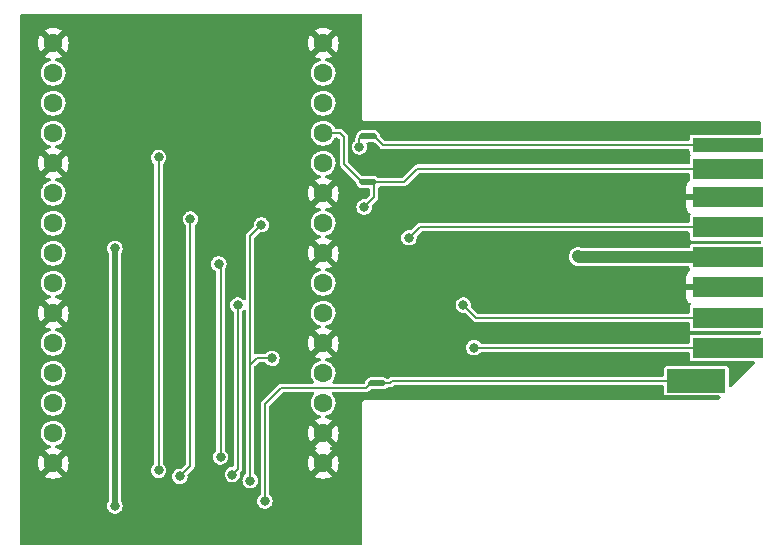
<source format=gbr>
%TF.GenerationSoftware,KiCad,Pcbnew,(6.0.6-0)*%
%TF.CreationDate,2022-08-03T21:57:51-07:00*%
%TF.ProjectId,sd_bt_streamer,73645f62-745f-4737-9472-65616d65722e,rev?*%
%TF.SameCoordinates,Original*%
%TF.FileFunction,Copper,L2,Bot*%
%TF.FilePolarity,Positive*%
%FSLAX46Y46*%
G04 Gerber Fmt 4.6, Leading zero omitted, Abs format (unit mm)*
G04 Created by KiCad (PCBNEW (6.0.6-0)) date 2022-08-03 21:57:51*
%MOMM*%
%LPD*%
G01*
G04 APERTURE LIST*
%TA.AperFunction,ComponentPad*%
%ADD10C,1.600000*%
%TD*%
%TA.AperFunction,SMDPad,CuDef*%
%ADD11R,6.000000X1.750000*%
%TD*%
%TA.AperFunction,SMDPad,CuDef*%
%ADD12R,6.000000X1.250000*%
%TD*%
%TA.AperFunction,SMDPad,CuDef*%
%ADD13R,5.000000X2.000000*%
%TD*%
%TA.AperFunction,SMDPad,CuDef*%
%ADD14C,0.500000*%
%TD*%
%TA.AperFunction,ViaPad*%
%ADD15C,0.800000*%
%TD*%
%TA.AperFunction,Conductor*%
%ADD16C,1.000000*%
%TD*%
%TA.AperFunction,Conductor*%
%ADD17C,0.500000*%
%TD*%
%TA.AperFunction,Conductor*%
%ADD18C,0.200000*%
%TD*%
G04 APERTURE END LIST*
%TO.C,NT1*%
G36*
X177750000Y-75750000D02*
G01*
X176750000Y-75750000D01*
X176750000Y-75250000D01*
X177750000Y-75250000D01*
X177750000Y-75750000D01*
G37*
%TO.C,NT3*%
G36*
X177750000Y-71850000D02*
G01*
X176750000Y-71850000D01*
X176750000Y-71350000D01*
X177750000Y-71350000D01*
X177750000Y-71850000D01*
G37*
%TO.C,NT4*%
G36*
X178500000Y-92750000D02*
G01*
X177500000Y-92750000D01*
X177500000Y-92250000D01*
X178500000Y-92250000D01*
X178500000Y-92750000D01*
G37*
%TD*%
D10*
%TO.P,U2,1,GND*%
%TO.N,GND*%
X150570000Y-63720000D03*
%TO.P,U2,2,3V3*%
%TO.N,+3.3VP*%
X150570000Y-66260000D03*
%TO.P,U2,3,3V3*%
X150570000Y-68800000D03*
%TO.P,U2,4,RST*%
%TO.N,unconnected-(U2-Pad4)*%
X150570000Y-71340000D03*
%TO.P,U2,5,GND*%
%TO.N,GND*%
X150570000Y-73880000D03*
%TO.P,U2,6,GPIO4*%
%TO.N,unconnected-(U2-Pad6)*%
X150570000Y-76420000D03*
%TO.P,U2,7,GPIO5*%
%TO.N,unconnected-(U2-Pad7)*%
X150570000Y-78960000D03*
%TO.P,U2,8,GPIO6/SCK*%
%TO.N,/CLK*%
X150570000Y-81500000D03*
%TO.P,U2,9,GPIO7/MOSI*%
%TO.N,/MOSI*%
X150570000Y-84040000D03*
%TO.P,U2,10,GND*%
%TO.N,GND*%
X150570000Y-86580000D03*
%TO.P,U2,11,GPIO8*%
%TO.N,unconnected-(U2-Pad11)*%
X150570000Y-89120000D03*
%TO.P,U2,12,GPIO9*%
%TO.N,unconnected-(U2-Pad12)*%
X150570000Y-91660000D03*
%TO.P,U2,13,5V*%
%TO.N,unconnected-(U2-Pad13)*%
X150570000Y-94200000D03*
%TO.P,U2,14,5V*%
%TO.N,unconnected-(U2-Pad14)*%
X150570000Y-96740000D03*
%TO.P,U2,15,GND*%
%TO.N,GND*%
X150570000Y-99280000D03*
%TO.P,U2,16,GND*%
X173430000Y-99280000D03*
%TO.P,U2,17,GND*%
X173430000Y-96740000D03*
%TO.P,U2,18,GPIO19*%
%TO.N,unconnected-(U2-Pad18)*%
X173430000Y-94200000D03*
%TO.P,U2,19,GPIO18*%
%TO.N,unconnected-(U2-Pad19)*%
X173430000Y-91660000D03*
%TO.P,U2,20,GND*%
%TO.N,GND*%
X173430000Y-89120000D03*
%TO.P,U2,21,GPIO21*%
%TO.N,unconnected-(U2-Pad21)*%
X173430000Y-86580000D03*
%TO.P,U2,22,GPIO20*%
%TO.N,unconnected-(U2-Pad22)*%
X173430000Y-84040000D03*
%TO.P,U2,23,GND*%
%TO.N,GND*%
X173430000Y-81500000D03*
%TO.P,U2,24,GPIO10/CS0*%
%TO.N,/CS*%
X173430000Y-78960000D03*
%TO.P,U2,25,GND*%
%TO.N,GND*%
X173430000Y-76420000D03*
%TO.P,U2,26,GPIO3*%
%TO.N,unconnected-(U2-Pad26)*%
X173430000Y-73880000D03*
%TO.P,U2,27,GPIO2/MISO*%
%TO.N,/MISO_ESP32*%
X173430000Y-71340000D03*
%TO.P,U2,28,GPIO1*%
%TO.N,unconnected-(U2-Pad28)*%
X173430000Y-68800000D03*
%TO.P,U2,29,GPIO0*%
%TO.N,unconnected-(U2-Pad29)*%
X173430000Y-66260000D03*
%TO.P,U2,30,GND*%
%TO.N,GND*%
X173430000Y-63720000D03*
%TD*%
D11*
%TO.P,U1,1,DAT3/CS*%
%TO.N,/CS*%
X207703000Y-89514600D03*
%TO.P,U1,2,CMD/MOSI*%
%TO.N,/MOSI*%
X207703000Y-86965000D03*
%TO.P,U1,3,VSS1*%
%TO.N,GND*%
X207703000Y-84370000D03*
%TO.P,U1,4,VDD*%
%TO.N,+3.3V*%
X207703000Y-81840000D03*
%TO.P,U1,5,CLOCK*%
%TO.N,/CLK*%
X207703000Y-79305000D03*
%TO.P,U1,6,VSS2*%
%TO.N,GND*%
X207703000Y-76740000D03*
%TO.P,U1,7,DAT0/MISO*%
%TO.N,/MISO*%
X207703000Y-74340000D03*
D12*
%TO.P,U1,8,DAT1/IRQ*%
%TO.N,/DAT1_T*%
X207703000Y-72340000D03*
D13*
%TO.P,U1,9,DAT2/NC*%
%TO.N,/DAT2_T*%
X205030000Y-92300000D03*
%TD*%
D14*
%TO.P,NT1,1,1*%
%TO.N,/MISO_ESP32*%
X176750000Y-75500000D03*
%TO.P,NT1,2,2*%
%TO.N,/MISO*%
X177750000Y-75500000D03*
%TD*%
%TO.P,NT3,1,1*%
%TO.N,/DAT1*%
X176750000Y-71600000D03*
%TO.P,NT3,2,2*%
%TO.N,/DAT1_T*%
X177750000Y-71600000D03*
%TD*%
%TO.P,NT4,1,1*%
%TO.N,/DAT2*%
X177500000Y-92500000D03*
%TO.P,NT4,2,2*%
%TO.N,/DAT2_T*%
X178500000Y-92500000D03*
%TD*%
D15*
%TO.N,+3.3V*%
X195000000Y-81750000D03*
X155800000Y-81100000D03*
X155800000Y-102900000D03*
%TO.N,/MISO*%
X161300000Y-100400000D03*
X162200000Y-78600000D03*
X176900000Y-77600000D03*
%TO.N,/CLK*%
X180700000Y-80200000D03*
X164600000Y-82400000D03*
X164750000Y-98750000D03*
%TO.N,/MOSI*%
X185300000Y-85900000D03*
X166200000Y-85900000D03*
X165750000Y-100250000D03*
%TO.N,/CS*%
X169100000Y-90400000D03*
X167250000Y-100750000D03*
X168200000Y-79100000D03*
X186200000Y-89500000D03*
%TO.N,/DAT1*%
X159500000Y-73400000D03*
X159500000Y-99900000D03*
X176500000Y-72500000D03*
%TO.N,/DAT2*%
X168500000Y-102500000D03*
%TD*%
D16*
%TO.N,+3.3V*%
X207703000Y-81840000D02*
X195090000Y-81840000D01*
X195090000Y-81840000D02*
X195000000Y-81750000D01*
D17*
X155800000Y-102900000D02*
X155800000Y-81100000D01*
D18*
%TO.N,/MISO*%
X177750000Y-75500000D02*
X177750000Y-76750000D01*
X162200000Y-99500000D02*
X162200000Y-78600000D01*
X181410000Y-74340000D02*
X207703000Y-74340000D01*
X161300000Y-100400000D02*
X162200000Y-99500000D01*
X177750000Y-75500000D02*
X180250000Y-75500000D01*
X180425000Y-75325000D02*
X181410000Y-74340000D01*
X180250000Y-75500000D02*
X180425000Y-75325000D01*
X177750000Y-76750000D02*
X176900000Y-77600000D01*
%TO.N,/CLK*%
X164750000Y-82550000D02*
X164600000Y-82400000D01*
X164750000Y-98750000D02*
X164750000Y-82550000D01*
X180700000Y-80200000D02*
X181595000Y-79305000D01*
X181595000Y-79305000D02*
X207703000Y-79305000D01*
%TO.N,/MOSI*%
X166100000Y-99900000D02*
X166200000Y-99800000D01*
X166200000Y-99800000D02*
X166200000Y-85900000D01*
X165750000Y-100250000D02*
X166100000Y-99900000D01*
X186365000Y-86965000D02*
X186465000Y-86965000D01*
X185300000Y-85900000D02*
X186365000Y-86965000D01*
X186465000Y-86965000D02*
X207703000Y-86965000D01*
%TO.N,/CS*%
X167800000Y-90400000D02*
X167250000Y-90950000D01*
X167250000Y-80050000D02*
X168200000Y-79100000D01*
X186214600Y-89514600D02*
X186200000Y-89500000D01*
X207703000Y-89514600D02*
X186214600Y-89514600D01*
X169100000Y-90400000D02*
X167800000Y-90400000D01*
X167250000Y-100750000D02*
X167250000Y-90950000D01*
X167250000Y-90950000D02*
X167250000Y-80050000D01*
%TO.N,/DAT1*%
X176500000Y-71850000D02*
X176750000Y-71600000D01*
X159500000Y-99900000D02*
X159500000Y-73400000D01*
X176500000Y-72500000D02*
X176500000Y-71850000D01*
%TO.N,/DAT2*%
X177500000Y-92500000D02*
X177100000Y-92900000D01*
X168500000Y-102500000D02*
X168500000Y-94300000D01*
X168500000Y-94300000D02*
X169250000Y-93550000D01*
X177100000Y-92900000D02*
X169900000Y-92900000D01*
X169900000Y-92900000D02*
X169250000Y-93550000D01*
%TO.N,/DAT1_T*%
X207703000Y-72340000D02*
X178490000Y-72340000D01*
X177750000Y-71600000D02*
X178490000Y-72340000D01*
%TO.N,/DAT2_T*%
X178500000Y-92500000D02*
X179100000Y-92500000D01*
X179100000Y-92500000D02*
X179300000Y-92300000D01*
X205030000Y-92300000D02*
X179300000Y-92300000D01*
%TO.N,/MISO_ESP32*%
X175200000Y-71700000D02*
X174840000Y-71340000D01*
X175200000Y-73950000D02*
X175200000Y-71700000D01*
X174840000Y-71340000D02*
X173430000Y-71340000D01*
X176750000Y-75500000D02*
X175200000Y-73950000D01*
%TD*%
%TA.AperFunction,Conductor*%
%TO.N,GND*%
G36*
X176691621Y-61270502D02*
G01*
X176738114Y-61324158D01*
X176749500Y-61376500D01*
X176749500Y-70032915D01*
X176747079Y-70057496D01*
X176744592Y-70070000D01*
X176764034Y-70167740D01*
X176819399Y-70250601D01*
X176902260Y-70305966D01*
X176952533Y-70315966D01*
X177000000Y-70325408D01*
X177012171Y-70322987D01*
X177012172Y-70322987D01*
X177012504Y-70322921D01*
X177037085Y-70320500D01*
X210393680Y-70320500D01*
X210461801Y-70340502D01*
X210508294Y-70394158D01*
X210519680Y-70446438D01*
X210520117Y-71331406D01*
X210520120Y-71338438D01*
X210500152Y-71406568D01*
X210446519Y-71453088D01*
X210394120Y-71464500D01*
X204678326Y-71464500D01*
X204605260Y-71479034D01*
X204594943Y-71485928D01*
X204594942Y-71485928D01*
X204591118Y-71488483D01*
X204522399Y-71534399D01*
X204515507Y-71544714D01*
X204477991Y-71600862D01*
X204467034Y-71617260D01*
X204452500Y-71690326D01*
X204452500Y-71863500D01*
X204432498Y-71931621D01*
X204378842Y-71978114D01*
X204326500Y-71989500D01*
X178687372Y-71989500D01*
X178619251Y-71969498D01*
X178598277Y-71952595D01*
X178286994Y-71641312D01*
X178252968Y-71579000D01*
X178251362Y-71570079D01*
X178236596Y-71466968D01*
X178236595Y-71466965D01*
X178235323Y-71458082D01*
X178175984Y-71327572D01*
X178157598Y-71306234D01*
X178088260Y-71225763D01*
X178088257Y-71225760D01*
X178082400Y-71218963D01*
X177962095Y-71140985D01*
X177824739Y-71099907D01*
X177815763Y-71099852D01*
X177815762Y-71099852D01*
X177811063Y-71099823D01*
X177787213Y-71099677D01*
X177763406Y-71097259D01*
X177750000Y-71094592D01*
X177737825Y-71097014D01*
X177736709Y-71097014D01*
X177713508Y-71099228D01*
X177681376Y-71099031D01*
X177680047Y-71099411D01*
X177678738Y-71099500D01*
X176787085Y-71099500D01*
X176762504Y-71097079D01*
X176762173Y-71097013D01*
X176762171Y-71097013D01*
X176750000Y-71094592D01*
X176737825Y-71097014D01*
X176736709Y-71097014D01*
X176713508Y-71099228D01*
X176681376Y-71099031D01*
X176543529Y-71138428D01*
X176422280Y-71214930D01*
X176327377Y-71322388D01*
X176266447Y-71452163D01*
X176248452Y-71567744D01*
X176246805Y-71578321D01*
X176224811Y-71632207D01*
X176221320Y-71637091D01*
X176217764Y-71641827D01*
X176188608Y-71678811D01*
X176185807Y-71686787D01*
X176180889Y-71693669D01*
X176167381Y-71738836D01*
X176165559Y-71744442D01*
X176152572Y-71781423D01*
X176152571Y-71781429D01*
X176149945Y-71788906D01*
X176149500Y-71794044D01*
X176149500Y-71796763D01*
X176149405Y-71798945D01*
X176149245Y-71799480D01*
X176149218Y-71799479D01*
X176149211Y-71799597D01*
X176147456Y-71805464D01*
X176147865Y-71815872D01*
X176149403Y-71855019D01*
X176149500Y-71859966D01*
X176149500Y-71885197D01*
X176129498Y-71953318D01*
X176106332Y-71980144D01*
X176013034Y-72061533D01*
X175983543Y-72103495D01*
X175959442Y-72137787D01*
X175922501Y-72190348D01*
X175865309Y-72337039D01*
X175864318Y-72344568D01*
X175848705Y-72463161D01*
X175844758Y-72493138D01*
X175862035Y-72649633D01*
X175916143Y-72797490D01*
X175920380Y-72803796D01*
X175920382Y-72803799D01*
X175946801Y-72843114D01*
X176003958Y-72928172D01*
X176120410Y-73034135D01*
X176127085Y-73037759D01*
X176252099Y-73105637D01*
X176252101Y-73105638D01*
X176258776Y-73109262D01*
X176266125Y-73111190D01*
X176403719Y-73147287D01*
X176403721Y-73147287D01*
X176411069Y-73149215D01*
X176494380Y-73150524D01*
X176560898Y-73151569D01*
X176560901Y-73151569D01*
X176568495Y-73151688D01*
X176721968Y-73116538D01*
X176862625Y-73045795D01*
X176915556Y-73000588D01*
X176976574Y-72948474D01*
X176976576Y-72948471D01*
X176982348Y-72943542D01*
X177074224Y-72815683D01*
X177082966Y-72793938D01*
X177104413Y-72740586D01*
X177132950Y-72669598D01*
X177143072Y-72598477D01*
X177154553Y-72517807D01*
X177154553Y-72517804D01*
X177155134Y-72513723D01*
X177155278Y-72500000D01*
X177136363Y-72343694D01*
X177131175Y-72329963D01*
X177108909Y-72271037D01*
X177103541Y-72200244D01*
X177137299Y-72137787D01*
X177199465Y-72103495D01*
X177226775Y-72100500D01*
X177702628Y-72100500D01*
X177770749Y-72120502D01*
X177791723Y-72137405D01*
X178206217Y-72551899D01*
X178218295Y-72566853D01*
X178221527Y-72570405D01*
X178227175Y-72579152D01*
X178235352Y-72585598D01*
X178251086Y-72598002D01*
X178255021Y-72601499D01*
X178255109Y-72601395D01*
X178259068Y-72604750D01*
X178262746Y-72608428D01*
X178266971Y-72611447D01*
X178266979Y-72611454D01*
X178277080Y-72618672D01*
X178281827Y-72622236D01*
X178318811Y-72651392D01*
X178326787Y-72654193D01*
X178333669Y-72659111D01*
X178378836Y-72672619D01*
X178384442Y-72674441D01*
X178421423Y-72687428D01*
X178421429Y-72687429D01*
X178428906Y-72690055D01*
X178434044Y-72690500D01*
X178436763Y-72690500D01*
X178438945Y-72690595D01*
X178439480Y-72690755D01*
X178439479Y-72690782D01*
X178439597Y-72690789D01*
X178445464Y-72692544D01*
X178495019Y-72690597D01*
X178499966Y-72690500D01*
X204326500Y-72690500D01*
X204394621Y-72710502D01*
X204441114Y-72764158D01*
X204452500Y-72816500D01*
X204452500Y-72989674D01*
X204467034Y-73062740D01*
X204513493Y-73132271D01*
X204521997Y-73144999D01*
X204543211Y-73212752D01*
X204521997Y-73285000D01*
X204467034Y-73367260D01*
X204452500Y-73440326D01*
X204452500Y-73863500D01*
X204432498Y-73931621D01*
X204378842Y-73978114D01*
X204326500Y-73989500D01*
X181460824Y-73989500D01*
X181441725Y-73987467D01*
X181436917Y-73987240D01*
X181426739Y-73985049D01*
X181396509Y-73988627D01*
X181391254Y-73988937D01*
X181391265Y-73989072D01*
X181386087Y-73989500D01*
X181380885Y-73989500D01*
X181363515Y-73992391D01*
X181357644Y-73993227D01*
X181321200Y-73997540D01*
X181321198Y-73997541D01*
X181310861Y-73998764D01*
X181303240Y-74002423D01*
X181294897Y-74003812D01*
X181285733Y-74008757D01*
X181285732Y-74008757D01*
X181253428Y-74026187D01*
X181248138Y-74028882D01*
X181212820Y-74045841D01*
X181212813Y-74045845D01*
X181205673Y-74049274D01*
X181201726Y-74052592D01*
X181199791Y-74054527D01*
X181198196Y-74055990D01*
X181197706Y-74056254D01*
X181197687Y-74056234D01*
X181197598Y-74056313D01*
X181192206Y-74059222D01*
X181185136Y-74066870D01*
X181185135Y-74066871D01*
X181158545Y-74095636D01*
X181155116Y-74099202D01*
X180141723Y-75112595D01*
X180079411Y-75146621D01*
X180052628Y-75149500D01*
X178162704Y-75149500D01*
X178094583Y-75129498D01*
X178085779Y-75122884D01*
X178082400Y-75118963D01*
X177962095Y-75040985D01*
X177824739Y-74999907D01*
X177815763Y-74999852D01*
X177815762Y-74999852D01*
X177811063Y-74999823D01*
X177787213Y-74999677D01*
X177763406Y-74997259D01*
X177750000Y-74994592D01*
X177737825Y-74997014D01*
X177736709Y-74997014D01*
X177713508Y-74999228D01*
X177681376Y-74999031D01*
X177680047Y-74999411D01*
X177678738Y-74999500D01*
X176797372Y-74999500D01*
X176729251Y-74979498D01*
X176708277Y-74962595D01*
X175587405Y-73841723D01*
X175553379Y-73779411D01*
X175550500Y-73752628D01*
X175550500Y-71750824D01*
X175552533Y-71731725D01*
X175552760Y-71726917D01*
X175554951Y-71716739D01*
X175551373Y-71686509D01*
X175551063Y-71681254D01*
X175550928Y-71681265D01*
X175550500Y-71676086D01*
X175550500Y-71670885D01*
X175547611Y-71653527D01*
X175546774Y-71647651D01*
X175542460Y-71611201D01*
X175542460Y-71611199D01*
X175541236Y-71600862D01*
X175537577Y-71593242D01*
X175536188Y-71584897D01*
X175513806Y-71543416D01*
X175511113Y-71538130D01*
X175510320Y-71536478D01*
X175490726Y-71495674D01*
X175487408Y-71491726D01*
X175485475Y-71489793D01*
X175484010Y-71488196D01*
X175483746Y-71487706D01*
X175483766Y-71487687D01*
X175483687Y-71487598D01*
X175480778Y-71482206D01*
X175444364Y-71448545D01*
X175440798Y-71445116D01*
X175123783Y-71128101D01*
X175111705Y-71113147D01*
X175108473Y-71109595D01*
X175102825Y-71100848D01*
X175078914Y-71081998D01*
X175074979Y-71078501D01*
X175074891Y-71078605D01*
X175070932Y-71075250D01*
X175067254Y-71071572D01*
X175063029Y-71068553D01*
X175063021Y-71068546D01*
X175052920Y-71061328D01*
X175048173Y-71057764D01*
X175037718Y-71049522D01*
X175011189Y-71028608D01*
X175003213Y-71025807D01*
X174996331Y-71020889D01*
X174951164Y-71007381D01*
X174945558Y-71005559D01*
X174908577Y-70992572D01*
X174908571Y-70992571D01*
X174901094Y-70989945D01*
X174895956Y-70989500D01*
X174893237Y-70989500D01*
X174891055Y-70989405D01*
X174890520Y-70989245D01*
X174890521Y-70989218D01*
X174890403Y-70989211D01*
X174884536Y-70987456D01*
X174834981Y-70989403D01*
X174830034Y-70989500D01*
X174509160Y-70989500D01*
X174441039Y-70969498D01*
X174397908Y-70922653D01*
X174312111Y-70761290D01*
X174309218Y-70755849D01*
X174235859Y-70665902D01*
X174182906Y-70600975D01*
X174182903Y-70600972D01*
X174179011Y-70596200D01*
X174161786Y-70581950D01*
X174025025Y-70468811D01*
X174025021Y-70468809D01*
X174020275Y-70464882D01*
X173839055Y-70366897D01*
X173642254Y-70305977D01*
X173636129Y-70305333D01*
X173636128Y-70305333D01*
X173443498Y-70285087D01*
X173443496Y-70285087D01*
X173437369Y-70284443D01*
X173350529Y-70292346D01*
X173238342Y-70302555D01*
X173238339Y-70302556D01*
X173232203Y-70303114D01*
X173034572Y-70361280D01*
X172852002Y-70456726D01*
X172847201Y-70460586D01*
X172847198Y-70460588D01*
X172836971Y-70468811D01*
X172691447Y-70585815D01*
X172559024Y-70743630D01*
X172556056Y-70749028D01*
X172556053Y-70749033D01*
X172549315Y-70761290D01*
X172459776Y-70924162D01*
X172397484Y-71120532D01*
X172396798Y-71126649D01*
X172396797Y-71126653D01*
X172375597Y-71315659D01*
X172374520Y-71325262D01*
X172375036Y-71331406D01*
X172388499Y-71491726D01*
X172391759Y-71530553D01*
X172393458Y-71536478D01*
X172443359Y-71710502D01*
X172448544Y-71728586D01*
X172451359Y-71734063D01*
X172451360Y-71734066D01*
X172535288Y-71897372D01*
X172542712Y-71911818D01*
X172670677Y-72073270D01*
X172675370Y-72077264D01*
X172675371Y-72077265D01*
X172815369Y-72196412D01*
X172827564Y-72206791D01*
X173007398Y-72307297D01*
X173077157Y-72329963D01*
X173197471Y-72369056D01*
X173197475Y-72369057D01*
X173203329Y-72370959D01*
X173407894Y-72395351D01*
X173414029Y-72394879D01*
X173414031Y-72394879D01*
X173470039Y-72390569D01*
X173613300Y-72379546D01*
X173619230Y-72377890D01*
X173619232Y-72377890D01*
X173805797Y-72325800D01*
X173805796Y-72325800D01*
X173811725Y-72324145D01*
X173817214Y-72321372D01*
X173817220Y-72321370D01*
X173990116Y-72234033D01*
X173995610Y-72231258D01*
X174157951Y-72104424D01*
X174189610Y-72067747D01*
X174288540Y-71953134D01*
X174288540Y-71953133D01*
X174292564Y-71948472D01*
X174313387Y-71911818D01*
X174391277Y-71774706D01*
X174394323Y-71769344D01*
X174395811Y-71764870D01*
X174441463Y-71711157D01*
X174510593Y-71690500D01*
X174642627Y-71690500D01*
X174710748Y-71710502D01*
X174731722Y-71727404D01*
X174812595Y-71808276D01*
X174846620Y-71870588D01*
X174849500Y-71897372D01*
X174849500Y-73899176D01*
X174847467Y-73918275D01*
X174847240Y-73923083D01*
X174845049Y-73933261D01*
X174846273Y-73943600D01*
X174848627Y-73963491D01*
X174848937Y-73968746D01*
X174849072Y-73968735D01*
X174849500Y-73973914D01*
X174849500Y-73979115D01*
X174850354Y-73984243D01*
X174850354Y-73984249D01*
X174852389Y-73996473D01*
X174853226Y-74002349D01*
X174856048Y-74026187D01*
X174858764Y-74049138D01*
X174862423Y-74056758D01*
X174863812Y-74065103D01*
X174882211Y-74099202D01*
X174886192Y-74106580D01*
X174888884Y-74111865D01*
X174909274Y-74154326D01*
X174912592Y-74158274D01*
X174914525Y-74160207D01*
X174915990Y-74161804D01*
X174916254Y-74162294D01*
X174916234Y-74162313D01*
X174916313Y-74162402D01*
X174919222Y-74167794D01*
X174926870Y-74174864D01*
X174926871Y-74174865D01*
X174955636Y-74201455D01*
X174959202Y-74204884D01*
X176213540Y-75459222D01*
X176247566Y-75521534D01*
X176249379Y-75531971D01*
X176262980Y-75635979D01*
X176266597Y-75644199D01*
X176309102Y-75740798D01*
X176320720Y-75767203D01*
X176326497Y-75774076D01*
X176326498Y-75774077D01*
X176359648Y-75813514D01*
X176412970Y-75876948D01*
X176532313Y-75956390D01*
X176669157Y-75999142D01*
X176712268Y-75999932D01*
X176734541Y-76002333D01*
X176750000Y-76005408D01*
X176762172Y-76002987D01*
X176766436Y-76002987D01*
X176785592Y-76001277D01*
X176803522Y-76001606D01*
X176803526Y-76001606D01*
X176812499Y-76001770D01*
X176816256Y-76000746D01*
X176820217Y-76000500D01*
X177273500Y-76000500D01*
X177341621Y-76020502D01*
X177388114Y-76074158D01*
X177399500Y-76126500D01*
X177399500Y-76552628D01*
X177379498Y-76620749D01*
X177362595Y-76641723D01*
X177089151Y-76915167D01*
X177026839Y-76949193D01*
X176986476Y-76950981D01*
X176982128Y-76949889D01*
X176974533Y-76949849D01*
X176974531Y-76949849D01*
X176904921Y-76949485D01*
X176824684Y-76949065D01*
X176817305Y-76950837D01*
X176817301Y-76950837D01*
X176678967Y-76984048D01*
X176678963Y-76984049D01*
X176671588Y-76985820D01*
X176531679Y-77058032D01*
X176525957Y-77063024D01*
X176525955Y-77063025D01*
X176418759Y-77156538D01*
X176418756Y-77156541D01*
X176413034Y-77161533D01*
X176322501Y-77290348D01*
X176265309Y-77437039D01*
X176262598Y-77457632D01*
X176249920Y-77553931D01*
X176244758Y-77593138D01*
X176262035Y-77749633D01*
X176316143Y-77897490D01*
X176320380Y-77903796D01*
X176320382Y-77903799D01*
X176336510Y-77927799D01*
X176403958Y-78028172D01*
X176426270Y-78048474D01*
X176492417Y-78108663D01*
X176520410Y-78134135D01*
X176527085Y-78137759D01*
X176652099Y-78205637D01*
X176652101Y-78205638D01*
X176658776Y-78209262D01*
X176666125Y-78211190D01*
X176803719Y-78247287D01*
X176803721Y-78247287D01*
X176811069Y-78249215D01*
X176894380Y-78250524D01*
X176960898Y-78251569D01*
X176960901Y-78251569D01*
X176968495Y-78251688D01*
X177121968Y-78216538D01*
X177262625Y-78145795D01*
X177338973Y-78080588D01*
X177376574Y-78048474D01*
X177376576Y-78048471D01*
X177382348Y-78043542D01*
X177474224Y-77915683D01*
X177478743Y-77904443D01*
X177530114Y-77776652D01*
X177532950Y-77769598D01*
X177555134Y-77613723D01*
X177555278Y-77600000D01*
X177545416Y-77518505D01*
X177557089Y-77448476D01*
X177581408Y-77414274D01*
X177961899Y-77033783D01*
X177976853Y-77021705D01*
X177980405Y-77018473D01*
X177989152Y-77012825D01*
X178008002Y-76988914D01*
X178011500Y-76984978D01*
X178011396Y-76984890D01*
X178014751Y-76980931D01*
X178018429Y-76977253D01*
X178021448Y-76973028D01*
X178021455Y-76973020D01*
X178028669Y-76962924D01*
X178032236Y-76958174D01*
X178054944Y-76929369D01*
X178054945Y-76929366D01*
X178061392Y-76921189D01*
X178064194Y-76913211D01*
X178069111Y-76906330D01*
X178082621Y-76861157D01*
X178084442Y-76855553D01*
X178084739Y-76854707D01*
X178100055Y-76811094D01*
X178100500Y-76805956D01*
X178100500Y-76803251D01*
X178100595Y-76801054D01*
X178100755Y-76800520D01*
X178100782Y-76800521D01*
X178100789Y-76800403D01*
X178102544Y-76794536D01*
X178100597Y-76744981D01*
X178100500Y-76740034D01*
X178100500Y-75976500D01*
X178120502Y-75908379D01*
X178174158Y-75861886D01*
X178226500Y-75850500D01*
X180199176Y-75850500D01*
X180218275Y-75852533D01*
X180223083Y-75852760D01*
X180233261Y-75854951D01*
X180263491Y-75851373D01*
X180268746Y-75851063D01*
X180268735Y-75850928D01*
X180273914Y-75850500D01*
X180279115Y-75850500D01*
X180284243Y-75849646D01*
X180284249Y-75849646D01*
X180296473Y-75847611D01*
X180302349Y-75846774D01*
X180338799Y-75842460D01*
X180338801Y-75842460D01*
X180349138Y-75841236D01*
X180356758Y-75837577D01*
X180365103Y-75836188D01*
X180406584Y-75813806D01*
X180411870Y-75811113D01*
X180454326Y-75790726D01*
X180458274Y-75787408D01*
X180460207Y-75785475D01*
X180461804Y-75784010D01*
X180462294Y-75783746D01*
X180462313Y-75783766D01*
X180462402Y-75783687D01*
X180467794Y-75780778D01*
X180484553Y-75762649D01*
X180501455Y-75744364D01*
X180504884Y-75740798D01*
X181518277Y-74727405D01*
X181580589Y-74693379D01*
X181607372Y-74690500D01*
X204326500Y-74690500D01*
X204394621Y-74710502D01*
X204441114Y-74764158D01*
X204452500Y-74816500D01*
X204452500Y-75239674D01*
X204453707Y-75245741D01*
X204467034Y-75312740D01*
X204463600Y-75313423D01*
X204468973Y-75363338D01*
X204437202Y-75426830D01*
X204420537Y-75441809D01*
X204347276Y-75496715D01*
X204334715Y-75509276D01*
X204258214Y-75611351D01*
X204249676Y-75626946D01*
X204204522Y-75747394D01*
X204200895Y-75762649D01*
X204195369Y-75813514D01*
X204195000Y-75820328D01*
X204195000Y-76467885D01*
X204199475Y-76483124D01*
X204200865Y-76484329D01*
X204208548Y-76486000D01*
X207831000Y-76486000D01*
X207899121Y-76506002D01*
X207945614Y-76559658D01*
X207957000Y-76612000D01*
X207957000Y-76868000D01*
X207936998Y-76936121D01*
X207883342Y-76982614D01*
X207831000Y-76994000D01*
X204213116Y-76994000D01*
X204197877Y-76998475D01*
X204196672Y-76999865D01*
X204195001Y-77007548D01*
X204195001Y-77659669D01*
X204195371Y-77666490D01*
X204200895Y-77717352D01*
X204204521Y-77732604D01*
X204249676Y-77853054D01*
X204258214Y-77868649D01*
X204334715Y-77970724D01*
X204347276Y-77983285D01*
X204449351Y-78059786D01*
X204472818Y-78072634D01*
X204471298Y-78075411D01*
X204515557Y-78108663D01*
X204540253Y-78175226D01*
X204525042Y-78244574D01*
X204519325Y-78253999D01*
X204467034Y-78332260D01*
X204452500Y-78405326D01*
X204452500Y-78828500D01*
X204432498Y-78896621D01*
X204378842Y-78943114D01*
X204326500Y-78954500D01*
X181645824Y-78954500D01*
X181626725Y-78952467D01*
X181621917Y-78952240D01*
X181611739Y-78950049D01*
X181581509Y-78953627D01*
X181576254Y-78953937D01*
X181576265Y-78954072D01*
X181571087Y-78954500D01*
X181565885Y-78954500D01*
X181548515Y-78957391D01*
X181542645Y-78958227D01*
X181495861Y-78963764D01*
X181488241Y-78967423D01*
X181479897Y-78968812D01*
X181470732Y-78973757D01*
X181470730Y-78973758D01*
X181438441Y-78991181D01*
X181433162Y-78993872D01*
X181390674Y-79014274D01*
X181386726Y-79017592D01*
X181384787Y-79019531D01*
X181383196Y-79020990D01*
X181382706Y-79021254D01*
X181382687Y-79021234D01*
X181382598Y-79021313D01*
X181377206Y-79024222D01*
X181370136Y-79031870D01*
X181370135Y-79031871D01*
X181343545Y-79060636D01*
X181340116Y-79064202D01*
X180889151Y-79515167D01*
X180826839Y-79549193D01*
X180786476Y-79550981D01*
X180782128Y-79549889D01*
X180774533Y-79549849D01*
X180774531Y-79549849D01*
X180704921Y-79549485D01*
X180624684Y-79549065D01*
X180617305Y-79550837D01*
X180617301Y-79550837D01*
X180478967Y-79584048D01*
X180478963Y-79584049D01*
X180471588Y-79585820D01*
X180331679Y-79658032D01*
X180325957Y-79663024D01*
X180325955Y-79663025D01*
X180218759Y-79756538D01*
X180218756Y-79756541D01*
X180213034Y-79761533D01*
X180189266Y-79795352D01*
X180131148Y-79878045D01*
X180122501Y-79890348D01*
X180065309Y-80037039D01*
X180064318Y-80044568D01*
X180046287Y-80181525D01*
X180044758Y-80193138D01*
X180062035Y-80349633D01*
X180116143Y-80497490D01*
X180120380Y-80503796D01*
X180120382Y-80503799D01*
X180154485Y-80554549D01*
X180203958Y-80628172D01*
X180320410Y-80734135D01*
X180369843Y-80760975D01*
X180452099Y-80805637D01*
X180452101Y-80805638D01*
X180458776Y-80809262D01*
X180466125Y-80811190D01*
X180603719Y-80847287D01*
X180603721Y-80847287D01*
X180611069Y-80849215D01*
X180694380Y-80850524D01*
X180760898Y-80851569D01*
X180760901Y-80851569D01*
X180768495Y-80851688D01*
X180921968Y-80816538D01*
X181062625Y-80745795D01*
X181112630Y-80703087D01*
X181176574Y-80648474D01*
X181176576Y-80648471D01*
X181182348Y-80643542D01*
X181274224Y-80515683D01*
X181332950Y-80369598D01*
X181354350Y-80219231D01*
X181354553Y-80217807D01*
X181354553Y-80217804D01*
X181355134Y-80213723D01*
X181355278Y-80200000D01*
X181345416Y-80118505D01*
X181357089Y-80048476D01*
X181381408Y-80014274D01*
X181703277Y-79692405D01*
X181765589Y-79658379D01*
X181792372Y-79655500D01*
X204326500Y-79655500D01*
X204394621Y-79675502D01*
X204441114Y-79729158D01*
X204452500Y-79781500D01*
X204452500Y-80204674D01*
X204467034Y-80277740D01*
X204522399Y-80360601D01*
X204605260Y-80415966D01*
X204678326Y-80430500D01*
X210398658Y-80430500D01*
X210466779Y-80450502D01*
X210513272Y-80504158D01*
X210524658Y-80556437D01*
X210524674Y-80588437D01*
X210504706Y-80656568D01*
X210451074Y-80703087D01*
X210398674Y-80714500D01*
X204678326Y-80714500D01*
X204605260Y-80729034D01*
X204594943Y-80735928D01*
X204594942Y-80735928D01*
X204580175Y-80745795D01*
X204522399Y-80784399D01*
X204505786Y-80809262D01*
X204479012Y-80849334D01*
X204467034Y-80867260D01*
X204452500Y-80940326D01*
X204452500Y-80963500D01*
X204432498Y-81031621D01*
X204378842Y-81078114D01*
X204326500Y-81089500D01*
X195387342Y-81089500D01*
X195333993Y-81077648D01*
X195245139Y-81036120D01*
X195245135Y-81036119D01*
X195238507Y-81033021D01*
X195067169Y-80997382D01*
X194892228Y-81002116D01*
X194723068Y-81046968D01*
X194716618Y-81050419D01*
X194716616Y-81050420D01*
X194598309Y-81113723D01*
X194568764Y-81129532D01*
X194437592Y-81245380D01*
X194336588Y-81388296D01*
X194333852Y-81395086D01*
X194333851Y-81395087D01*
X194291570Y-81500000D01*
X194271172Y-81550615D01*
X194270071Y-81557854D01*
X194248983Y-81696478D01*
X194244852Y-81723630D01*
X194245445Y-81730922D01*
X194245445Y-81730925D01*
X194258445Y-81890757D01*
X194259039Y-81898059D01*
X194261296Y-81905025D01*
X194261296Y-81905027D01*
X194281615Y-81967747D01*
X194312973Y-82064546D01*
X194316769Y-82070802D01*
X194316771Y-82070806D01*
X194371506Y-82161006D01*
X194403761Y-82214160D01*
X194411085Y-82222452D01*
X194512322Y-82323689D01*
X194524709Y-82338102D01*
X194533041Y-82349425D01*
X194533045Y-82349429D01*
X194537383Y-82355324D01*
X194577200Y-82389151D01*
X194584704Y-82396071D01*
X194590303Y-82401670D01*
X194612351Y-82419114D01*
X194615727Y-82421883D01*
X194665175Y-82463892D01*
X194665178Y-82463894D01*
X194670755Y-82468632D01*
X194677274Y-82471960D01*
X194682184Y-82475235D01*
X194687204Y-82478336D01*
X194692949Y-82482881D01*
X194699587Y-82485983D01*
X194699588Y-82485984D01*
X194758343Y-82513444D01*
X194762289Y-82515372D01*
X194826616Y-82548219D01*
X194833725Y-82549958D01*
X194839260Y-82552017D01*
X194844868Y-82553883D01*
X194851493Y-82556979D01*
X194858653Y-82558468D01*
X194858655Y-82558469D01*
X194922184Y-82571683D01*
X194926468Y-82572653D01*
X194996606Y-82589815D01*
X195002206Y-82590162D01*
X195002210Y-82590163D01*
X195007648Y-82590500D01*
X195007646Y-82590531D01*
X195011770Y-82590780D01*
X195015672Y-82591128D01*
X195022830Y-82592617D01*
X195099378Y-82590546D01*
X195102786Y-82590500D01*
X204326500Y-82590500D01*
X204394621Y-82610502D01*
X204441114Y-82664158D01*
X204452500Y-82716500D01*
X204452500Y-82739674D01*
X204467034Y-82812740D01*
X204473928Y-82823057D01*
X204473928Y-82823058D01*
X204502013Y-82865091D01*
X204523227Y-82932844D01*
X204504443Y-83001311D01*
X204457756Y-83045612D01*
X204449354Y-83050212D01*
X204347276Y-83126715D01*
X204334715Y-83139276D01*
X204258214Y-83241351D01*
X204249676Y-83256946D01*
X204204522Y-83377394D01*
X204200895Y-83392649D01*
X204195369Y-83443514D01*
X204195000Y-83450328D01*
X204195000Y-84097885D01*
X204199475Y-84113124D01*
X204200865Y-84114329D01*
X204208548Y-84116000D01*
X207831000Y-84116000D01*
X207899121Y-84136002D01*
X207945614Y-84189658D01*
X207957000Y-84242000D01*
X207957000Y-84498000D01*
X207936998Y-84566121D01*
X207883342Y-84612614D01*
X207831000Y-84624000D01*
X204213116Y-84624000D01*
X204197877Y-84628475D01*
X204196672Y-84629865D01*
X204195001Y-84637548D01*
X204195001Y-85289669D01*
X204195371Y-85296490D01*
X204200895Y-85347352D01*
X204204521Y-85362604D01*
X204249676Y-85483054D01*
X204258214Y-85498649D01*
X204334715Y-85600724D01*
X204347276Y-85613285D01*
X204449351Y-85689786D01*
X204464950Y-85698326D01*
X204479500Y-85703781D01*
X204536264Y-85746423D01*
X204560963Y-85812985D01*
X204545755Y-85882333D01*
X204528529Y-85905303D01*
X204522399Y-85909399D01*
X204515507Y-85919714D01*
X204475917Y-85978966D01*
X204467034Y-85992260D01*
X204452500Y-86065326D01*
X204452500Y-86488500D01*
X204432498Y-86556621D01*
X204378842Y-86603114D01*
X204326500Y-86614500D01*
X186562372Y-86614500D01*
X186494251Y-86594498D01*
X186473276Y-86577595D01*
X185981496Y-86085814D01*
X185947471Y-86023502D01*
X185945849Y-85978966D01*
X185954553Y-85917808D01*
X185954553Y-85917802D01*
X185955134Y-85913723D01*
X185955278Y-85900000D01*
X185936363Y-85743694D01*
X185884672Y-85606897D01*
X185883394Y-85603514D01*
X185883393Y-85603511D01*
X185880710Y-85596412D01*
X185791531Y-85466657D01*
X185744971Y-85425174D01*
X185679648Y-85366972D01*
X185679645Y-85366970D01*
X185673976Y-85361919D01*
X185534831Y-85288245D01*
X185518122Y-85284048D01*
X185389498Y-85251740D01*
X185389496Y-85251740D01*
X185382128Y-85249889D01*
X185374530Y-85249849D01*
X185374528Y-85249849D01*
X185307319Y-85249497D01*
X185224684Y-85249065D01*
X185217305Y-85250837D01*
X185217301Y-85250837D01*
X185078967Y-85284048D01*
X185078963Y-85284049D01*
X185071588Y-85285820D01*
X185045605Y-85299231D01*
X184950128Y-85348510D01*
X184931679Y-85358032D01*
X184925957Y-85363024D01*
X184925955Y-85363025D01*
X184818759Y-85456538D01*
X184818756Y-85456541D01*
X184813034Y-85461533D01*
X184786948Y-85498649D01*
X184753686Y-85545977D01*
X184722501Y-85590348D01*
X184665309Y-85737039D01*
X184664318Y-85744568D01*
X184646181Y-85882333D01*
X184644758Y-85893138D01*
X184662035Y-86049633D01*
X184716143Y-86197490D01*
X184720380Y-86203796D01*
X184720382Y-86203799D01*
X184725362Y-86211210D01*
X184803958Y-86328172D01*
X184821273Y-86343927D01*
X184899355Y-86414976D01*
X184920410Y-86434135D01*
X184927085Y-86437759D01*
X185052099Y-86505637D01*
X185052101Y-86505638D01*
X185058776Y-86509262D01*
X185066125Y-86511190D01*
X185203719Y-86547287D01*
X185203721Y-86547287D01*
X185211069Y-86549215D01*
X185294380Y-86550524D01*
X185360898Y-86551569D01*
X185360901Y-86551569D01*
X185368495Y-86551688D01*
X185375898Y-86549992D01*
X185383457Y-86549198D01*
X185383716Y-86551661D01*
X185442646Y-86555237D01*
X185488984Y-86584666D01*
X186081217Y-87176899D01*
X186093295Y-87191853D01*
X186096527Y-87195405D01*
X186102175Y-87204152D01*
X186110352Y-87210598D01*
X186126086Y-87223002D01*
X186130021Y-87226499D01*
X186130109Y-87226395D01*
X186134068Y-87229750D01*
X186137746Y-87233428D01*
X186141971Y-87236447D01*
X186141979Y-87236454D01*
X186152080Y-87243672D01*
X186156827Y-87247236D01*
X186193811Y-87276392D01*
X186201787Y-87279193D01*
X186208669Y-87284111D01*
X186218647Y-87287095D01*
X186253791Y-87297605D01*
X186259437Y-87299439D01*
X186296427Y-87312429D01*
X186296430Y-87312430D01*
X186303906Y-87315055D01*
X186309044Y-87315500D01*
X186311749Y-87315500D01*
X186313948Y-87315595D01*
X186314480Y-87315754D01*
X186314479Y-87315781D01*
X186314595Y-87315788D01*
X186320463Y-87317543D01*
X186370003Y-87315597D01*
X186374950Y-87315500D01*
X204326500Y-87315500D01*
X204394621Y-87335502D01*
X204441114Y-87389158D01*
X204452500Y-87441500D01*
X204452500Y-87864674D01*
X204467034Y-87937740D01*
X204522399Y-88020601D01*
X204532714Y-88027493D01*
X204587265Y-88063942D01*
X204605260Y-88075966D01*
X204678326Y-88090500D01*
X210402430Y-88090500D01*
X210470551Y-88110502D01*
X210517044Y-88164158D01*
X210528430Y-88216438D01*
X210528453Y-88263038D01*
X210508485Y-88331168D01*
X210454852Y-88377688D01*
X210402453Y-88389100D01*
X204678326Y-88389100D01*
X204605260Y-88403634D01*
X204522399Y-88458999D01*
X204515507Y-88469314D01*
X204474242Y-88531073D01*
X204467034Y-88541860D01*
X204452500Y-88614926D01*
X204452500Y-89038100D01*
X204432498Y-89106221D01*
X204378842Y-89152714D01*
X204326500Y-89164100D01*
X186824794Y-89164100D01*
X186756673Y-89144098D01*
X186720955Y-89109468D01*
X186695834Y-89072918D01*
X186691531Y-89066657D01*
X186680174Y-89056538D01*
X186579648Y-88966972D01*
X186579645Y-88966970D01*
X186573976Y-88961919D01*
X186434831Y-88888245D01*
X186418122Y-88884048D01*
X186289498Y-88851740D01*
X186289496Y-88851740D01*
X186282128Y-88849889D01*
X186274530Y-88849849D01*
X186274528Y-88849849D01*
X186207319Y-88849497D01*
X186124684Y-88849065D01*
X186117305Y-88850837D01*
X186117301Y-88850837D01*
X185978967Y-88884048D01*
X185978963Y-88884049D01*
X185971588Y-88885820D01*
X185831679Y-88958032D01*
X185825957Y-88963024D01*
X185825955Y-88963025D01*
X185718759Y-89056538D01*
X185718756Y-89056541D01*
X185713034Y-89061533D01*
X185686605Y-89099137D01*
X185648951Y-89152714D01*
X185622501Y-89190348D01*
X185565309Y-89337039D01*
X185544758Y-89493138D01*
X185562035Y-89649633D01*
X185616143Y-89797490D01*
X185620380Y-89803796D01*
X185620382Y-89803799D01*
X185645721Y-89841507D01*
X185703958Y-89928172D01*
X185820410Y-90034135D01*
X185865771Y-90058764D01*
X185952099Y-90105637D01*
X185952101Y-90105638D01*
X185958776Y-90109262D01*
X185966125Y-90111190D01*
X186103719Y-90147287D01*
X186103721Y-90147287D01*
X186111069Y-90149215D01*
X186194380Y-90150524D01*
X186260898Y-90151569D01*
X186260901Y-90151569D01*
X186268495Y-90151688D01*
X186421968Y-90116538D01*
X186562625Y-90045795D01*
X186620985Y-89995951D01*
X186676574Y-89948474D01*
X186676576Y-89948471D01*
X186682348Y-89943542D01*
X186689721Y-89933282D01*
X186701009Y-89917574D01*
X186757003Y-89873926D01*
X186803331Y-89865100D01*
X204326500Y-89865100D01*
X204394621Y-89885102D01*
X204441114Y-89938758D01*
X204452500Y-89991100D01*
X204452500Y-90414274D01*
X204467034Y-90487340D01*
X204522399Y-90570201D01*
X204605260Y-90625566D01*
X204678326Y-90640100D01*
X209871449Y-90640100D01*
X209939570Y-90660102D01*
X209986063Y-90713758D01*
X209996167Y-90784032D01*
X209966673Y-90848612D01*
X209960544Y-90855195D01*
X207995595Y-92820145D01*
X207933283Y-92854170D01*
X207862468Y-92849106D01*
X207805632Y-92806559D01*
X207780821Y-92740039D01*
X207780500Y-92731050D01*
X207780500Y-91275326D01*
X207765966Y-91202260D01*
X207710601Y-91119399D01*
X207627740Y-91064034D01*
X207554674Y-91049500D01*
X202505326Y-91049500D01*
X202432260Y-91064034D01*
X202349399Y-91119399D01*
X202294034Y-91202260D01*
X202279500Y-91275326D01*
X202279500Y-91823500D01*
X202259498Y-91891621D01*
X202205842Y-91938114D01*
X202153500Y-91949500D01*
X179350826Y-91949500D01*
X179331727Y-91947467D01*
X179326923Y-91947240D01*
X179316740Y-91945048D01*
X179306398Y-91946272D01*
X179286501Y-91948627D01*
X179281253Y-91948936D01*
X179281264Y-91949072D01*
X179276085Y-91949500D01*
X179270885Y-91949500D01*
X179265759Y-91950353D01*
X179265750Y-91950354D01*
X179253537Y-91952387D01*
X179247661Y-91953224D01*
X179211203Y-91957539D01*
X179211202Y-91957539D01*
X179200862Y-91958763D01*
X179193239Y-91962424D01*
X179184897Y-91963812D01*
X179175730Y-91968758D01*
X179175731Y-91968758D01*
X179143436Y-91986184D01*
X179138145Y-91988880D01*
X179095674Y-92009274D01*
X179091726Y-92012592D01*
X179089787Y-92014531D01*
X179088196Y-92015990D01*
X179087706Y-92016254D01*
X179087687Y-92016234D01*
X179087598Y-92016313D01*
X179082206Y-92019222D01*
X179075136Y-92026870D01*
X179075135Y-92026871D01*
X179048545Y-92055636D01*
X179045116Y-92059202D01*
X178996417Y-92107901D01*
X178934105Y-92141927D01*
X178863290Y-92136862D01*
X178832634Y-92118602D01*
X178832400Y-92118963D01*
X178786704Y-92089344D01*
X178712095Y-92040985D01*
X178574739Y-91999907D01*
X178565763Y-91999852D01*
X178565762Y-91999852D01*
X178561063Y-91999823D01*
X178537213Y-91999677D01*
X178513406Y-91997259D01*
X178500000Y-91994592D01*
X178487825Y-91997014D01*
X178486709Y-91997014D01*
X178463508Y-91999228D01*
X178431376Y-91999031D01*
X178430047Y-91999411D01*
X178428738Y-91999500D01*
X177537085Y-91999500D01*
X177512504Y-91997079D01*
X177512173Y-91997013D01*
X177512171Y-91997013D01*
X177500000Y-91994592D01*
X177487825Y-91997014D01*
X177486709Y-91997014D01*
X177463508Y-91999228D01*
X177431376Y-91999031D01*
X177293529Y-92038428D01*
X177172280Y-92114930D01*
X177077377Y-92222388D01*
X177016447Y-92352163D01*
X177005196Y-92424424D01*
X177002322Y-92442884D01*
X176972078Y-92507117D01*
X176911909Y-92544802D01*
X176877822Y-92549500D01*
X174325196Y-92549500D01*
X174257075Y-92529498D01*
X174210582Y-92475842D01*
X174200478Y-92405568D01*
X174229814Y-92341169D01*
X174288540Y-92273134D01*
X174288540Y-92273133D01*
X174292564Y-92268472D01*
X174313387Y-92231818D01*
X174331056Y-92200714D01*
X174394323Y-92089344D01*
X174459351Y-91893863D01*
X174485171Y-91689474D01*
X174485583Y-91660000D01*
X174465480Y-91454970D01*
X174405935Y-91257749D01*
X174309218Y-91075849D01*
X174205932Y-90949208D01*
X174182906Y-90920975D01*
X174182903Y-90920972D01*
X174179011Y-90916200D01*
X174174262Y-90912271D01*
X174025025Y-90788811D01*
X174025021Y-90788809D01*
X174020275Y-90784882D01*
X173839055Y-90686897D01*
X173697868Y-90643192D01*
X173638709Y-90603942D01*
X173610162Y-90538938D01*
X173621290Y-90468819D01*
X173668561Y-90415847D01*
X173702516Y-90401121D01*
X173873764Y-90355235D01*
X173884053Y-90351490D01*
X174081511Y-90259414D01*
X174091006Y-90253931D01*
X174143048Y-90217491D01*
X174151424Y-90207012D01*
X174144356Y-90193566D01*
X173442812Y-89492022D01*
X173428868Y-89484408D01*
X173427035Y-89484539D01*
X173420420Y-89488790D01*
X172714923Y-90194287D01*
X172708493Y-90206062D01*
X172717789Y-90218077D01*
X172768994Y-90253931D01*
X172778489Y-90259414D01*
X172975947Y-90351490D01*
X172986239Y-90355236D01*
X173158428Y-90401374D01*
X173219051Y-90438326D01*
X173250072Y-90502187D01*
X173241644Y-90572681D01*
X173196441Y-90627428D01*
X173161393Y-90643955D01*
X173034572Y-90681280D01*
X172852002Y-90776726D01*
X172847201Y-90780586D01*
X172847198Y-90780588D01*
X172696254Y-90901950D01*
X172691447Y-90905815D01*
X172559024Y-91063630D01*
X172556056Y-91069028D01*
X172556053Y-91069033D01*
X172488484Y-91191942D01*
X172459776Y-91244162D01*
X172397484Y-91440532D01*
X172396798Y-91446649D01*
X172396797Y-91446653D01*
X172375207Y-91639137D01*
X172374520Y-91645262D01*
X172391759Y-91850553D01*
X172393458Y-91856478D01*
X172445627Y-92038412D01*
X172448544Y-92048586D01*
X172451359Y-92054063D01*
X172451360Y-92054066D01*
X172539897Y-92226341D01*
X172542712Y-92231818D01*
X172546539Y-92236646D01*
X172632605Y-92345235D01*
X172659243Y-92411046D01*
X172646072Y-92480810D01*
X172597275Y-92532379D01*
X172533860Y-92549500D01*
X169950824Y-92549500D01*
X169931725Y-92547467D01*
X169926917Y-92547240D01*
X169916739Y-92545049D01*
X169886509Y-92548627D01*
X169881254Y-92548937D01*
X169881265Y-92549072D01*
X169876086Y-92549500D01*
X169870885Y-92549500D01*
X169865757Y-92550354D01*
X169865751Y-92550354D01*
X169853527Y-92552389D01*
X169847651Y-92553226D01*
X169811201Y-92557540D01*
X169811199Y-92557540D01*
X169800862Y-92558764D01*
X169793242Y-92562423D01*
X169784897Y-92563812D01*
X169743420Y-92586192D01*
X169738135Y-92588884D01*
X169695674Y-92609274D01*
X169691726Y-92612592D01*
X169689793Y-92614525D01*
X169688196Y-92615990D01*
X169687706Y-92616254D01*
X169687687Y-92616234D01*
X169687598Y-92616313D01*
X169682206Y-92619222D01*
X169675136Y-92626870D01*
X169675135Y-92626871D01*
X169648545Y-92655636D01*
X169645116Y-92659202D01*
X168288101Y-94016217D01*
X168273147Y-94028295D01*
X168269595Y-94031527D01*
X168260848Y-94037175D01*
X168254402Y-94045352D01*
X168241998Y-94061086D01*
X168238501Y-94065021D01*
X168238605Y-94065109D01*
X168235250Y-94069068D01*
X168231572Y-94072746D01*
X168228553Y-94076971D01*
X168228546Y-94076979D01*
X168221328Y-94087080D01*
X168217764Y-94091827D01*
X168209539Y-94102260D01*
X168188608Y-94128811D01*
X168185807Y-94136787D01*
X168180889Y-94143669D01*
X168167381Y-94188836D01*
X168165559Y-94194442D01*
X168152572Y-94231423D01*
X168152571Y-94231429D01*
X168149945Y-94238906D01*
X168149500Y-94244044D01*
X168149500Y-94246763D01*
X168149405Y-94248945D01*
X168149245Y-94249480D01*
X168149218Y-94249479D01*
X168149211Y-94249597D01*
X168147456Y-94255464D01*
X168147865Y-94265872D01*
X168149403Y-94305019D01*
X168149500Y-94309966D01*
X168149500Y-100678133D01*
X168129498Y-100746254D01*
X168122562Y-100752264D01*
X168148192Y-100808174D01*
X168149500Y-100826284D01*
X168149500Y-101885197D01*
X168129498Y-101953318D01*
X168106332Y-101980144D01*
X168013034Y-102061533D01*
X167922501Y-102190348D01*
X167865309Y-102337039D01*
X167864318Y-102344568D01*
X167846384Y-102480790D01*
X167844758Y-102493138D01*
X167862035Y-102649633D01*
X167916143Y-102797490D01*
X167920380Y-102803796D01*
X167920382Y-102803799D01*
X167960709Y-102863811D01*
X168003958Y-102928172D01*
X168120410Y-103034135D01*
X168141885Y-103045795D01*
X168252099Y-103105637D01*
X168252101Y-103105638D01*
X168258776Y-103109262D01*
X168266125Y-103111190D01*
X168403719Y-103147287D01*
X168403721Y-103147287D01*
X168411069Y-103149215D01*
X168494380Y-103150524D01*
X168560898Y-103151569D01*
X168560901Y-103151569D01*
X168568495Y-103151688D01*
X168721968Y-103116538D01*
X168862625Y-103045795D01*
X168888869Y-103023381D01*
X168976574Y-102948474D01*
X168976576Y-102948471D01*
X168982348Y-102943542D01*
X169074224Y-102815683D01*
X169132950Y-102669598D01*
X169155134Y-102513723D01*
X169155278Y-102500000D01*
X169136363Y-102343694D01*
X169080710Y-102196412D01*
X168991531Y-102066657D01*
X168892680Y-101978584D01*
X168855125Y-101918335D01*
X168850500Y-101884509D01*
X168850500Y-100366062D01*
X172708493Y-100366062D01*
X172717789Y-100378077D01*
X172768994Y-100413931D01*
X172778489Y-100419414D01*
X172975947Y-100511490D01*
X172986239Y-100515236D01*
X173196688Y-100571625D01*
X173207481Y-100573528D01*
X173424525Y-100592517D01*
X173435475Y-100592517D01*
X173652519Y-100573528D01*
X173663312Y-100571625D01*
X173873761Y-100515236D01*
X173884053Y-100511490D01*
X174081511Y-100419414D01*
X174091006Y-100413931D01*
X174143048Y-100377491D01*
X174151424Y-100367012D01*
X174144356Y-100353566D01*
X173442812Y-99652022D01*
X173428868Y-99644408D01*
X173427035Y-99644539D01*
X173420420Y-99648790D01*
X172714923Y-100354287D01*
X172708493Y-100366062D01*
X168850500Y-100366062D01*
X168850500Y-99285475D01*
X172117483Y-99285475D01*
X172136472Y-99502519D01*
X172138375Y-99513312D01*
X172194764Y-99723761D01*
X172198510Y-99734053D01*
X172290586Y-99931511D01*
X172296069Y-99941006D01*
X172332509Y-99993048D01*
X172342988Y-100001424D01*
X172356434Y-99994356D01*
X173057978Y-99292812D01*
X173064356Y-99281132D01*
X173794408Y-99281132D01*
X173794539Y-99282965D01*
X173798790Y-99289580D01*
X174504287Y-99995077D01*
X174516062Y-100001507D01*
X174528077Y-99992211D01*
X174563931Y-99941006D01*
X174569414Y-99931511D01*
X174661490Y-99734053D01*
X174665236Y-99723761D01*
X174721625Y-99513312D01*
X174723528Y-99502519D01*
X174742517Y-99285475D01*
X174742517Y-99274525D01*
X174723528Y-99057481D01*
X174721625Y-99046688D01*
X174665236Y-98836239D01*
X174661490Y-98825947D01*
X174569414Y-98628489D01*
X174563931Y-98618994D01*
X174527491Y-98566952D01*
X174517012Y-98558576D01*
X174503566Y-98565644D01*
X173802022Y-99267188D01*
X173794408Y-99281132D01*
X173064356Y-99281132D01*
X173065592Y-99278868D01*
X173065461Y-99277035D01*
X173061210Y-99270420D01*
X172355713Y-98564923D01*
X172343938Y-98558493D01*
X172331923Y-98567789D01*
X172296069Y-98618994D01*
X172290586Y-98628489D01*
X172198510Y-98825947D01*
X172194764Y-98836239D01*
X172138375Y-99046688D01*
X172136472Y-99057481D01*
X172117483Y-99274525D01*
X172117483Y-99285475D01*
X168850500Y-99285475D01*
X168850500Y-97826062D01*
X172708493Y-97826062D01*
X172717789Y-97838077D01*
X172768994Y-97873931D01*
X172778489Y-97879414D01*
X172813641Y-97895805D01*
X172866926Y-97942722D01*
X172886387Y-98010999D01*
X172865845Y-98078959D01*
X172813641Y-98124195D01*
X172778489Y-98140586D01*
X172768994Y-98146069D01*
X172716952Y-98182509D01*
X172708576Y-98192988D01*
X172715644Y-98206434D01*
X173417188Y-98907978D01*
X173431132Y-98915592D01*
X173432965Y-98915461D01*
X173439580Y-98911210D01*
X174145077Y-98205713D01*
X174151507Y-98193938D01*
X174142211Y-98181923D01*
X174091006Y-98146069D01*
X174081511Y-98140586D01*
X174046359Y-98124195D01*
X173993074Y-98077278D01*
X173973613Y-98009001D01*
X173994155Y-97941041D01*
X174046359Y-97895805D01*
X174081511Y-97879414D01*
X174091006Y-97873931D01*
X174143048Y-97837491D01*
X174151424Y-97827012D01*
X174144356Y-97813566D01*
X173442812Y-97112022D01*
X173428868Y-97104408D01*
X173427035Y-97104539D01*
X173420420Y-97108790D01*
X172714923Y-97814287D01*
X172708493Y-97826062D01*
X168850500Y-97826062D01*
X168850500Y-96745475D01*
X172117483Y-96745475D01*
X172136472Y-96962519D01*
X172138375Y-96973312D01*
X172194764Y-97183761D01*
X172198510Y-97194053D01*
X172290586Y-97391511D01*
X172296069Y-97401006D01*
X172332509Y-97453048D01*
X172342988Y-97461424D01*
X172356434Y-97454356D01*
X173057978Y-96752812D01*
X173064356Y-96741132D01*
X173794408Y-96741132D01*
X173794539Y-96742965D01*
X173798790Y-96749580D01*
X174504287Y-97455077D01*
X174516062Y-97461507D01*
X174528077Y-97452211D01*
X174563931Y-97401006D01*
X174569414Y-97391511D01*
X174661490Y-97194053D01*
X174665236Y-97183761D01*
X174721625Y-96973312D01*
X174723528Y-96962519D01*
X174742517Y-96745475D01*
X174742517Y-96734525D01*
X174723528Y-96517481D01*
X174721625Y-96506688D01*
X174665236Y-96296239D01*
X174661490Y-96285947D01*
X174569414Y-96088489D01*
X174563931Y-96078994D01*
X174527491Y-96026952D01*
X174517012Y-96018576D01*
X174503566Y-96025644D01*
X173802022Y-96727188D01*
X173794408Y-96741132D01*
X173064356Y-96741132D01*
X173065592Y-96738868D01*
X173065461Y-96737035D01*
X173061210Y-96730420D01*
X172355713Y-96024923D01*
X172343938Y-96018493D01*
X172331923Y-96027789D01*
X172296069Y-96078994D01*
X172290586Y-96088489D01*
X172198510Y-96285947D01*
X172194764Y-96296239D01*
X172138375Y-96506688D01*
X172136472Y-96517481D01*
X172117483Y-96734525D01*
X172117483Y-96745475D01*
X168850500Y-96745475D01*
X168850500Y-94497372D01*
X168870502Y-94429251D01*
X168887405Y-94408277D01*
X169759716Y-93535966D01*
X170008276Y-93287405D01*
X170070588Y-93253379D01*
X170097371Y-93250500D01*
X172585129Y-93250500D01*
X172653250Y-93270502D01*
X172699743Y-93324158D01*
X172709847Y-93394432D01*
X172681651Y-93457489D01*
X172559024Y-93603630D01*
X172556056Y-93609028D01*
X172556053Y-93609033D01*
X172509105Y-93694432D01*
X172459776Y-93784162D01*
X172397484Y-93980532D01*
X172396798Y-93986649D01*
X172396797Y-93986653D01*
X172380238Y-94134286D01*
X172374520Y-94185262D01*
X172375036Y-94191406D01*
X172389167Y-94359681D01*
X172391759Y-94390553D01*
X172393458Y-94396478D01*
X172408949Y-94450500D01*
X172448544Y-94588586D01*
X172451359Y-94594063D01*
X172451360Y-94594066D01*
X172472247Y-94634707D01*
X172542712Y-94771818D01*
X172670677Y-94933270D01*
X172827564Y-95066791D01*
X173007398Y-95167297D01*
X173162496Y-95217691D01*
X173221101Y-95257764D01*
X173248738Y-95323161D01*
X173236631Y-95393118D01*
X173188625Y-95445424D01*
X173156170Y-95459231D01*
X172986239Y-95504764D01*
X172975947Y-95508510D01*
X172778489Y-95600586D01*
X172768994Y-95606069D01*
X172716952Y-95642509D01*
X172708576Y-95652988D01*
X172715644Y-95666434D01*
X173417188Y-96367978D01*
X173431132Y-96375592D01*
X173432965Y-96375461D01*
X173439580Y-96371210D01*
X174145077Y-95665713D01*
X174151507Y-95653938D01*
X174142211Y-95641923D01*
X174091006Y-95606069D01*
X174081511Y-95600586D01*
X173884053Y-95508510D01*
X173873761Y-95504764D01*
X173701015Y-95458477D01*
X173640392Y-95421525D01*
X173609371Y-95357665D01*
X173617799Y-95287170D01*
X173663002Y-95232423D01*
X173699742Y-95215411D01*
X173805797Y-95185800D01*
X173805796Y-95185800D01*
X173811725Y-95184145D01*
X173817214Y-95181372D01*
X173817220Y-95181370D01*
X173990116Y-95094033D01*
X173995610Y-95091258D01*
X174157951Y-94964424D01*
X174292564Y-94808472D01*
X174313387Y-94771818D01*
X174391276Y-94634707D01*
X174394323Y-94629344D01*
X174459351Y-94433863D01*
X174485171Y-94229474D01*
X174485583Y-94200000D01*
X174465480Y-93994970D01*
X174405935Y-93797749D01*
X174309218Y-93615849D01*
X174179011Y-93456200D01*
X174181331Y-93454308D01*
X174153469Y-93403283D01*
X174158534Y-93332468D01*
X174201081Y-93275632D01*
X174267601Y-93250821D01*
X174276590Y-93250500D01*
X177049176Y-93250500D01*
X177068275Y-93252533D01*
X177073083Y-93252760D01*
X177083261Y-93254951D01*
X177113491Y-93251373D01*
X177118746Y-93251063D01*
X177118735Y-93250928D01*
X177123914Y-93250500D01*
X177129115Y-93250500D01*
X177134243Y-93249646D01*
X177134249Y-93249646D01*
X177146473Y-93247611D01*
X177152349Y-93246774D01*
X177188799Y-93242460D01*
X177188801Y-93242460D01*
X177199138Y-93241236D01*
X177206758Y-93237577D01*
X177215103Y-93236188D01*
X177256584Y-93213806D01*
X177261870Y-93211113D01*
X177304326Y-93190726D01*
X177308274Y-93187408D01*
X177310207Y-93185475D01*
X177311804Y-93184010D01*
X177312294Y-93183746D01*
X177312313Y-93183766D01*
X177312402Y-93183687D01*
X177317794Y-93180778D01*
X177332072Y-93165333D01*
X177351455Y-93144364D01*
X177354884Y-93140798D01*
X177457281Y-93038401D01*
X177519593Y-93004375D01*
X177548683Y-93001517D01*
X177553521Y-93001606D01*
X177553525Y-93001606D01*
X177562499Y-93001770D01*
X177566256Y-93000746D01*
X177570217Y-93000500D01*
X178462915Y-93000500D01*
X178487496Y-93002921D01*
X178487828Y-93002987D01*
X178487829Y-93002987D01*
X178500000Y-93005408D01*
X178512171Y-93002987D01*
X178516434Y-93002987D01*
X178535592Y-93001277D01*
X178553522Y-93001606D01*
X178553526Y-93001606D01*
X178562499Y-93001770D01*
X178619691Y-92986178D01*
X178692158Y-92966421D01*
X178692160Y-92966420D01*
X178700817Y-92964060D01*
X178822991Y-92889045D01*
X178829015Y-92882390D01*
X178832427Y-92879557D01*
X178897615Y-92851432D01*
X178912913Y-92850500D01*
X179049176Y-92850500D01*
X179068275Y-92852533D01*
X179073083Y-92852760D01*
X179083261Y-92854951D01*
X179113491Y-92851373D01*
X179118746Y-92851063D01*
X179118735Y-92850928D01*
X179123914Y-92850500D01*
X179129115Y-92850500D01*
X179134243Y-92849646D01*
X179134249Y-92849646D01*
X179146473Y-92847611D01*
X179152349Y-92846774D01*
X179188799Y-92842460D01*
X179188801Y-92842460D01*
X179199138Y-92841236D01*
X179206758Y-92837577D01*
X179215103Y-92836188D01*
X179256584Y-92813806D01*
X179261870Y-92811113D01*
X179304326Y-92790726D01*
X179308274Y-92787408D01*
X179310207Y-92785475D01*
X179311804Y-92784010D01*
X179312294Y-92783746D01*
X179312313Y-92783766D01*
X179312402Y-92783687D01*
X179317794Y-92780778D01*
X179351455Y-92744364D01*
X179354884Y-92740798D01*
X179408277Y-92687405D01*
X179470589Y-92653379D01*
X179497372Y-92650500D01*
X202153500Y-92650500D01*
X202221621Y-92670502D01*
X202268114Y-92724158D01*
X202279500Y-92776500D01*
X202279500Y-93324674D01*
X202294034Y-93397740D01*
X202349399Y-93480601D01*
X202432260Y-93535966D01*
X202505326Y-93550500D01*
X206961050Y-93550500D01*
X207029171Y-93570502D01*
X207075664Y-93624158D01*
X207085768Y-93694432D01*
X207056274Y-93759012D01*
X207050145Y-93765595D01*
X206903145Y-93912595D01*
X206840833Y-93946621D01*
X206814050Y-93949500D01*
X177037085Y-93949500D01*
X177012504Y-93947079D01*
X177012172Y-93947013D01*
X177012171Y-93947013D01*
X177000000Y-93944592D01*
X176975326Y-93949500D01*
X176902260Y-93964034D01*
X176891943Y-93970928D01*
X176891942Y-93970928D01*
X176868408Y-93986653D01*
X176819399Y-94019399D01*
X176764034Y-94102260D01*
X176744592Y-94200000D01*
X176747013Y-94212171D01*
X176747013Y-94212172D01*
X176747079Y-94212504D01*
X176749500Y-94237085D01*
X176749500Y-106123500D01*
X176729498Y-106191621D01*
X176675842Y-106238114D01*
X176623500Y-106249500D01*
X147876500Y-106249500D01*
X147808379Y-106229498D01*
X147761886Y-106175842D01*
X147750500Y-106123500D01*
X147750500Y-102893138D01*
X155144758Y-102893138D01*
X155162035Y-103049633D01*
X155216143Y-103197490D01*
X155220380Y-103203796D01*
X155220382Y-103203799D01*
X155260709Y-103263811D01*
X155303958Y-103328172D01*
X155420410Y-103434135D01*
X155427085Y-103437759D01*
X155552099Y-103505637D01*
X155552101Y-103505638D01*
X155558776Y-103509262D01*
X155566125Y-103511190D01*
X155703719Y-103547287D01*
X155703721Y-103547287D01*
X155711069Y-103549215D01*
X155794380Y-103550524D01*
X155860898Y-103551569D01*
X155860901Y-103551569D01*
X155868495Y-103551688D01*
X156021968Y-103516538D01*
X156162625Y-103445795D01*
X156188869Y-103423381D01*
X156276574Y-103348474D01*
X156276576Y-103348471D01*
X156282348Y-103343542D01*
X156374224Y-103215683D01*
X156432950Y-103069598D01*
X156451768Y-102937377D01*
X156454553Y-102917807D01*
X156454553Y-102917804D01*
X156455134Y-102913723D01*
X156455278Y-102900000D01*
X156436363Y-102743694D01*
X156405521Y-102662072D01*
X156383394Y-102603514D01*
X156383393Y-102603511D01*
X156380710Y-102596412D01*
X156376412Y-102590158D01*
X156376408Y-102590151D01*
X156322661Y-102511950D01*
X156300500Y-102440582D01*
X156300500Y-99893138D01*
X158844758Y-99893138D01*
X158862035Y-100049633D01*
X158916143Y-100197490D01*
X158920380Y-100203796D01*
X158920382Y-100203799D01*
X158942719Y-100237039D01*
X159003958Y-100328172D01*
X159026270Y-100348474D01*
X159078383Y-100395893D01*
X159120410Y-100434135D01*
X159180369Y-100466690D01*
X159252099Y-100505637D01*
X159252101Y-100505638D01*
X159258776Y-100509262D01*
X159266125Y-100511190D01*
X159403719Y-100547287D01*
X159403721Y-100547287D01*
X159411069Y-100549215D01*
X159494380Y-100550524D01*
X159560898Y-100551569D01*
X159560901Y-100551569D01*
X159568495Y-100551688D01*
X159721968Y-100516538D01*
X159862625Y-100445795D01*
X159921053Y-100395893D01*
X159924279Y-100393138D01*
X160644758Y-100393138D01*
X160662035Y-100549633D01*
X160716143Y-100697490D01*
X160720380Y-100703796D01*
X160720382Y-100703799D01*
X160746817Y-100743138D01*
X160803958Y-100828172D01*
X160826270Y-100848474D01*
X160879915Y-100897287D01*
X160920410Y-100934135D01*
X160927085Y-100937759D01*
X161052099Y-101005637D01*
X161052101Y-101005638D01*
X161058776Y-101009262D01*
X161066125Y-101011190D01*
X161203719Y-101047287D01*
X161203721Y-101047287D01*
X161211069Y-101049215D01*
X161294380Y-101050524D01*
X161360898Y-101051569D01*
X161360901Y-101051569D01*
X161368495Y-101051688D01*
X161521968Y-101016538D01*
X161662625Y-100945795D01*
X161714407Y-100901569D01*
X161776574Y-100848474D01*
X161776576Y-100848471D01*
X161782348Y-100843542D01*
X161874224Y-100715683D01*
X161932950Y-100569598D01*
X161955134Y-100413723D01*
X161955278Y-100400000D01*
X161945416Y-100318505D01*
X161957089Y-100248476D01*
X161960885Y-100243138D01*
X165094758Y-100243138D01*
X165112035Y-100399633D01*
X165166143Y-100547490D01*
X165170380Y-100553796D01*
X165170382Y-100553799D01*
X165183640Y-100573528D01*
X165253958Y-100678172D01*
X165370410Y-100784135D01*
X165377085Y-100787759D01*
X165502099Y-100855637D01*
X165502101Y-100855638D01*
X165508776Y-100859262D01*
X165516125Y-100861190D01*
X165653719Y-100897287D01*
X165653721Y-100897287D01*
X165661069Y-100899215D01*
X165744380Y-100900524D01*
X165810898Y-100901569D01*
X165810901Y-100901569D01*
X165818495Y-100901688D01*
X165971968Y-100866538D01*
X166112625Y-100795795D01*
X166170630Y-100746254D01*
X166226574Y-100698474D01*
X166226576Y-100698471D01*
X166232348Y-100693542D01*
X166324224Y-100565683D01*
X166382950Y-100419598D01*
X166394652Y-100337377D01*
X166404553Y-100267807D01*
X166404553Y-100267804D01*
X166405134Y-100263723D01*
X166405278Y-100250000D01*
X166395795Y-100171636D01*
X166407468Y-100101607D01*
X166433915Y-100066206D01*
X166439152Y-100062825D01*
X166458002Y-100038914D01*
X166461499Y-100034979D01*
X166461395Y-100034891D01*
X166464750Y-100030932D01*
X166468428Y-100027254D01*
X166471447Y-100023029D01*
X166471454Y-100023021D01*
X166478672Y-100012920D01*
X166482236Y-100008173D01*
X166504946Y-99979365D01*
X166511392Y-99971189D01*
X166514193Y-99963213D01*
X166519111Y-99956331D01*
X166532605Y-99911209D01*
X166534439Y-99905563D01*
X166547429Y-99868573D01*
X166547430Y-99868570D01*
X166550055Y-99861094D01*
X166550500Y-99855956D01*
X166550500Y-99853251D01*
X166550595Y-99851052D01*
X166550754Y-99850520D01*
X166550781Y-99850521D01*
X166550788Y-99850405D01*
X166552543Y-99844537D01*
X166550597Y-99794996D01*
X166550500Y-99790050D01*
X166550500Y-86514237D01*
X166570502Y-86446116D01*
X166594670Y-86418426D01*
X166676570Y-86348477D01*
X166676571Y-86348476D01*
X166682348Y-86343542D01*
X166683075Y-86342531D01*
X166741588Y-86307324D01*
X166812554Y-86309421D01*
X166871120Y-86349552D01*
X166898693Y-86414976D01*
X166899500Y-86429216D01*
X166899500Y-90894998D01*
X166899211Y-90899596D01*
X166897456Y-90905464D01*
X166898725Y-90937759D01*
X166899403Y-90955019D01*
X166899500Y-90959966D01*
X166899500Y-100135197D01*
X166879498Y-100203318D01*
X166856332Y-100230144D01*
X166763034Y-100311533D01*
X166740538Y-100343542D01*
X166682127Y-100426652D01*
X166672501Y-100440348D01*
X166615309Y-100587039D01*
X166614318Y-100594568D01*
X166597561Y-100721849D01*
X166594758Y-100743138D01*
X166612035Y-100899633D01*
X166666143Y-101047490D01*
X166670380Y-101053796D01*
X166670382Y-101053799D01*
X166710709Y-101113811D01*
X166753958Y-101178172D01*
X166870410Y-101284135D01*
X166877085Y-101287759D01*
X167002099Y-101355637D01*
X167002101Y-101355638D01*
X167008776Y-101359262D01*
X167016125Y-101361190D01*
X167153719Y-101397287D01*
X167153721Y-101397287D01*
X167161069Y-101399215D01*
X167244380Y-101400524D01*
X167310898Y-101401569D01*
X167310901Y-101401569D01*
X167318495Y-101401688D01*
X167471968Y-101366538D01*
X167612625Y-101295795D01*
X167638869Y-101273381D01*
X167726574Y-101198474D01*
X167726576Y-101198471D01*
X167732348Y-101193542D01*
X167824224Y-101065683D01*
X167882950Y-100919598D01*
X167898757Y-100808531D01*
X167925631Y-100749462D01*
X167902604Y-100713631D01*
X167898413Y-100693270D01*
X167887275Y-100601234D01*
X167886363Y-100593694D01*
X167878743Y-100573528D01*
X167833394Y-100453514D01*
X167833393Y-100453511D01*
X167830710Y-100446412D01*
X167741531Y-100316657D01*
X167642680Y-100228584D01*
X167605125Y-100168335D01*
X167600500Y-100134509D01*
X167600500Y-91147372D01*
X167620502Y-91079251D01*
X167637405Y-91058277D01*
X167908277Y-90787405D01*
X167970589Y-90753379D01*
X167997372Y-90750500D01*
X168484628Y-90750500D01*
X168552749Y-90770502D01*
X168589208Y-90806222D01*
X168603958Y-90828172D01*
X168720410Y-90934135D01*
X168763421Y-90957488D01*
X168852099Y-91005637D01*
X168852101Y-91005638D01*
X168858776Y-91009262D01*
X168866125Y-91011190D01*
X169003719Y-91047287D01*
X169003721Y-91047287D01*
X169011069Y-91049215D01*
X169094380Y-91050524D01*
X169160898Y-91051569D01*
X169160901Y-91051569D01*
X169168495Y-91051688D01*
X169321968Y-91016538D01*
X169462625Y-90945795D01*
X169513961Y-90901950D01*
X169576574Y-90848474D01*
X169576576Y-90848471D01*
X169582348Y-90843542D01*
X169674224Y-90715683D01*
X169732950Y-90569598D01*
X169755134Y-90413723D01*
X169755278Y-90400000D01*
X169736363Y-90243694D01*
X169717421Y-90193566D01*
X169683394Y-90103514D01*
X169683393Y-90103511D01*
X169680710Y-90096412D01*
X169591531Y-89966657D01*
X169494007Y-89879766D01*
X169479648Y-89866972D01*
X169479645Y-89866970D01*
X169473976Y-89861919D01*
X169334831Y-89788245D01*
X169268210Y-89771511D01*
X169189498Y-89751740D01*
X169189496Y-89751740D01*
X169182128Y-89749889D01*
X169174530Y-89749849D01*
X169174528Y-89749849D01*
X169107319Y-89749497D01*
X169024684Y-89749065D01*
X169017305Y-89750837D01*
X169017301Y-89750837D01*
X168878967Y-89784048D01*
X168878963Y-89784049D01*
X168871588Y-89785820D01*
X168860004Y-89791799D01*
X168763857Y-89841424D01*
X168731679Y-89858032D01*
X168725957Y-89863024D01*
X168725955Y-89863025D01*
X168721431Y-89866972D01*
X168613034Y-89961533D01*
X168608664Y-89967750D01*
X168608662Y-89967753D01*
X168588844Y-89995951D01*
X168533310Y-90040183D01*
X168485758Y-90049500D01*
X167850824Y-90049500D01*
X167831725Y-90047467D01*
X167826917Y-90047240D01*
X167816739Y-90045049D01*
X167786509Y-90048627D01*
X167781254Y-90048937D01*
X167781265Y-90049072D01*
X167776087Y-90049500D01*
X167770885Y-90049500D01*
X167753515Y-90052391D01*
X167747649Y-90053226D01*
X167741314Y-90053976D01*
X167671314Y-90042122D01*
X167618835Y-89994304D01*
X167600500Y-89928850D01*
X167600500Y-89125475D01*
X172117483Y-89125475D01*
X172136472Y-89342519D01*
X172138375Y-89353312D01*
X172194764Y-89563761D01*
X172198510Y-89574053D01*
X172290586Y-89771511D01*
X172296069Y-89781006D01*
X172332509Y-89833048D01*
X172342988Y-89841424D01*
X172356434Y-89834356D01*
X173057978Y-89132812D01*
X173064356Y-89121132D01*
X173794408Y-89121132D01*
X173794539Y-89122965D01*
X173798790Y-89129580D01*
X174504287Y-89835077D01*
X174516062Y-89841507D01*
X174528077Y-89832211D01*
X174563931Y-89781006D01*
X174569414Y-89771511D01*
X174661490Y-89574053D01*
X174665236Y-89563761D01*
X174721625Y-89353312D01*
X174723528Y-89342519D01*
X174742517Y-89125475D01*
X174742517Y-89114525D01*
X174723528Y-88897481D01*
X174721625Y-88886688D01*
X174665236Y-88676239D01*
X174661490Y-88665947D01*
X174569414Y-88468489D01*
X174563931Y-88458994D01*
X174527491Y-88406952D01*
X174517012Y-88398576D01*
X174503566Y-88405644D01*
X173802022Y-89107188D01*
X173794408Y-89121132D01*
X173064356Y-89121132D01*
X173065592Y-89118868D01*
X173065461Y-89117035D01*
X173061210Y-89110420D01*
X172355713Y-88404923D01*
X172343938Y-88398493D01*
X172331923Y-88407789D01*
X172296069Y-88458994D01*
X172290586Y-88468489D01*
X172198510Y-88665947D01*
X172194764Y-88676239D01*
X172138375Y-88886688D01*
X172136472Y-88897481D01*
X172117483Y-89114525D01*
X172117483Y-89125475D01*
X167600500Y-89125475D01*
X167600500Y-86565262D01*
X172374520Y-86565262D01*
X172391759Y-86770553D01*
X172393458Y-86776478D01*
X172442868Y-86948790D01*
X172448544Y-86968586D01*
X172451359Y-86974063D01*
X172451360Y-86974066D01*
X172472247Y-87014707D01*
X172542712Y-87151818D01*
X172670677Y-87313270D01*
X172675370Y-87317264D01*
X172675371Y-87317265D01*
X172696800Y-87335502D01*
X172827564Y-87446791D01*
X173007398Y-87547297D01*
X173162496Y-87597691D01*
X173221101Y-87637764D01*
X173248738Y-87703161D01*
X173236631Y-87773118D01*
X173188625Y-87825424D01*
X173156170Y-87839231D01*
X172986239Y-87884764D01*
X172975947Y-87888510D01*
X172778489Y-87980586D01*
X172768994Y-87986069D01*
X172716952Y-88022509D01*
X172708576Y-88032988D01*
X172715644Y-88046434D01*
X173417188Y-88747978D01*
X173431132Y-88755592D01*
X173432965Y-88755461D01*
X173439580Y-88751210D01*
X174145077Y-88045713D01*
X174151507Y-88033938D01*
X174142211Y-88021923D01*
X174091006Y-87986069D01*
X174081511Y-87980586D01*
X173884053Y-87888510D01*
X173873761Y-87884764D01*
X173701015Y-87838477D01*
X173640392Y-87801525D01*
X173609371Y-87737665D01*
X173617799Y-87667170D01*
X173663002Y-87612423D01*
X173699742Y-87595411D01*
X173805797Y-87565800D01*
X173805796Y-87565800D01*
X173811725Y-87564145D01*
X173817214Y-87561372D01*
X173817220Y-87561370D01*
X173990116Y-87474033D01*
X173995610Y-87471258D01*
X174157951Y-87344424D01*
X174165653Y-87335502D01*
X174288540Y-87193134D01*
X174288540Y-87193133D01*
X174292564Y-87188472D01*
X174299139Y-87176899D01*
X174391276Y-87014707D01*
X174394323Y-87009344D01*
X174459351Y-86813863D01*
X174485171Y-86609474D01*
X174485449Y-86589580D01*
X174485534Y-86583522D01*
X174485534Y-86583518D01*
X174485583Y-86580000D01*
X174465480Y-86374970D01*
X174405935Y-86177749D01*
X174309218Y-85995849D01*
X174219307Y-85885607D01*
X174182906Y-85840975D01*
X174182903Y-85840972D01*
X174179011Y-85836200D01*
X174076305Y-85751234D01*
X174025025Y-85708811D01*
X174025021Y-85708809D01*
X174020275Y-85704882D01*
X173839055Y-85606897D01*
X173642254Y-85545977D01*
X173636129Y-85545333D01*
X173636128Y-85545333D01*
X173443498Y-85525087D01*
X173443496Y-85525087D01*
X173437369Y-85524443D01*
X173350529Y-85532346D01*
X173238342Y-85542555D01*
X173238339Y-85542556D01*
X173232203Y-85543114D01*
X173034572Y-85601280D01*
X172852002Y-85696726D01*
X172847201Y-85700586D01*
X172847198Y-85700588D01*
X172793585Y-85743694D01*
X172691447Y-85825815D01*
X172559024Y-85983630D01*
X172556056Y-85989028D01*
X172556053Y-85989033D01*
X172510710Y-86071513D01*
X172459776Y-86164162D01*
X172457913Y-86170035D01*
X172414363Y-86307324D01*
X172397484Y-86360532D01*
X172396798Y-86366649D01*
X172396797Y-86366653D01*
X172387920Y-86445795D01*
X172374520Y-86565262D01*
X167600500Y-86565262D01*
X167600500Y-84025262D01*
X172374520Y-84025262D01*
X172391759Y-84230553D01*
X172448544Y-84428586D01*
X172451359Y-84434063D01*
X172451360Y-84434066D01*
X172519227Y-84566121D01*
X172542712Y-84611818D01*
X172670677Y-84773270D01*
X172827564Y-84906791D01*
X173007398Y-85007297D01*
X173102238Y-85038113D01*
X173197471Y-85069056D01*
X173197475Y-85069057D01*
X173203329Y-85070959D01*
X173407894Y-85095351D01*
X173414029Y-85094879D01*
X173414031Y-85094879D01*
X173470039Y-85090569D01*
X173613300Y-85079546D01*
X173619230Y-85077890D01*
X173619232Y-85077890D01*
X173805797Y-85025800D01*
X173805796Y-85025800D01*
X173811725Y-85024145D01*
X173817214Y-85021372D01*
X173817220Y-85021370D01*
X173990116Y-84934033D01*
X173995610Y-84931258D01*
X174157951Y-84804424D01*
X174292564Y-84648472D01*
X174313387Y-84611818D01*
X174391276Y-84474707D01*
X174394323Y-84469344D01*
X174459351Y-84273863D01*
X174485171Y-84069474D01*
X174485583Y-84040000D01*
X174465480Y-83834970D01*
X174405935Y-83637749D01*
X174309218Y-83455849D01*
X174235859Y-83365902D01*
X174182906Y-83300975D01*
X174182903Y-83300972D01*
X174179011Y-83296200D01*
X174161786Y-83281950D01*
X174025025Y-83168811D01*
X174025021Y-83168809D01*
X174020275Y-83164882D01*
X173839055Y-83066897D01*
X173697868Y-83023192D01*
X173638709Y-82983942D01*
X173610162Y-82918938D01*
X173621290Y-82848819D01*
X173668561Y-82795847D01*
X173702516Y-82781121D01*
X173873764Y-82735235D01*
X173884053Y-82731490D01*
X174081511Y-82639414D01*
X174091006Y-82633931D01*
X174143048Y-82597491D01*
X174151424Y-82587012D01*
X174144356Y-82573566D01*
X173442812Y-81872022D01*
X173428868Y-81864408D01*
X173427035Y-81864539D01*
X173420420Y-81868790D01*
X172714923Y-82574287D01*
X172708493Y-82586062D01*
X172717789Y-82598077D01*
X172768994Y-82633931D01*
X172778489Y-82639414D01*
X172975947Y-82731490D01*
X172986239Y-82735236D01*
X173158428Y-82781374D01*
X173219051Y-82818326D01*
X173250072Y-82882187D01*
X173241644Y-82952681D01*
X173196441Y-83007428D01*
X173161393Y-83023955D01*
X173034572Y-83061280D01*
X172852002Y-83156726D01*
X172847201Y-83160586D01*
X172847198Y-83160588D01*
X172836971Y-83168811D01*
X172691447Y-83285815D01*
X172559024Y-83443630D01*
X172556056Y-83449028D01*
X172556053Y-83449033D01*
X172549315Y-83461290D01*
X172459776Y-83624162D01*
X172397484Y-83820532D01*
X172396798Y-83826649D01*
X172396797Y-83826653D01*
X172375207Y-84019137D01*
X172374520Y-84025262D01*
X167600500Y-84025262D01*
X167600500Y-81505475D01*
X172117483Y-81505475D01*
X172136472Y-81722519D01*
X172138375Y-81733312D01*
X172194764Y-81943761D01*
X172198510Y-81954053D01*
X172290586Y-82151511D01*
X172296069Y-82161006D01*
X172332509Y-82213048D01*
X172342988Y-82221424D01*
X172356434Y-82214356D01*
X173057978Y-81512812D01*
X173064356Y-81501132D01*
X173794408Y-81501132D01*
X173794539Y-81502965D01*
X173798790Y-81509580D01*
X174504287Y-82215077D01*
X174516062Y-82221507D01*
X174528077Y-82212211D01*
X174563931Y-82161006D01*
X174569414Y-82151511D01*
X174661490Y-81954053D01*
X174665236Y-81943761D01*
X174721625Y-81733312D01*
X174723528Y-81722519D01*
X174742517Y-81505475D01*
X174742517Y-81494525D01*
X174723528Y-81277481D01*
X174721625Y-81266688D01*
X174665236Y-81056239D01*
X174661490Y-81045947D01*
X174569414Y-80848489D01*
X174563931Y-80838994D01*
X174527491Y-80786952D01*
X174517012Y-80778576D01*
X174503566Y-80785644D01*
X173802022Y-81487188D01*
X173794408Y-81501132D01*
X173064356Y-81501132D01*
X173065592Y-81498868D01*
X173065461Y-81497035D01*
X173061210Y-81490420D01*
X172355713Y-80784923D01*
X172343938Y-80778493D01*
X172331923Y-80787789D01*
X172296069Y-80838994D01*
X172290586Y-80848489D01*
X172198510Y-81045947D01*
X172194764Y-81056239D01*
X172138375Y-81266688D01*
X172136472Y-81277481D01*
X172117483Y-81494525D01*
X172117483Y-81505475D01*
X167600500Y-81505475D01*
X167600500Y-80247373D01*
X167620502Y-80179252D01*
X167637404Y-80158278D01*
X168010832Y-79784849D01*
X168073145Y-79750824D01*
X168111067Y-79749343D01*
X168111069Y-79749215D01*
X168113402Y-79749252D01*
X168113408Y-79749252D01*
X168189782Y-79750452D01*
X168260898Y-79751569D01*
X168260901Y-79751569D01*
X168268495Y-79751688D01*
X168421968Y-79716538D01*
X168562625Y-79645795D01*
X168634922Y-79584048D01*
X168676574Y-79548474D01*
X168676576Y-79548471D01*
X168682348Y-79543542D01*
X168774224Y-79415683D01*
X168832950Y-79269598D01*
X168849702Y-79151893D01*
X168854553Y-79117807D01*
X168854553Y-79117804D01*
X168855134Y-79113723D01*
X168855278Y-79100000D01*
X168836553Y-78945262D01*
X172374520Y-78945262D01*
X172376326Y-78966773D01*
X172387572Y-79100688D01*
X172391759Y-79150553D01*
X172393458Y-79156478D01*
X172430540Y-79285797D01*
X172448544Y-79348586D01*
X172451359Y-79354063D01*
X172451360Y-79354066D01*
X172539897Y-79526341D01*
X172542712Y-79531818D01*
X172670677Y-79693270D01*
X172675370Y-79697264D01*
X172675371Y-79697265D01*
X172813838Y-79815109D01*
X172827564Y-79826791D01*
X172832942Y-79829797D01*
X172832944Y-79829798D01*
X172864563Y-79847469D01*
X173007398Y-79927297D01*
X173162496Y-79977691D01*
X173221101Y-80017764D01*
X173248738Y-80083161D01*
X173236631Y-80153118D01*
X173188625Y-80205424D01*
X173156170Y-80219231D01*
X172986239Y-80264764D01*
X172975947Y-80268510D01*
X172778489Y-80360586D01*
X172768994Y-80366069D01*
X172716952Y-80402509D01*
X172708576Y-80412988D01*
X172715644Y-80426434D01*
X173417188Y-81127978D01*
X173431132Y-81135592D01*
X173432965Y-81135461D01*
X173439580Y-81131210D01*
X174145077Y-80425713D01*
X174151507Y-80413938D01*
X174142211Y-80401923D01*
X174091006Y-80366069D01*
X174081511Y-80360586D01*
X173884053Y-80268510D01*
X173873761Y-80264764D01*
X173701015Y-80218477D01*
X173640392Y-80181525D01*
X173609371Y-80117665D01*
X173617799Y-80047170D01*
X173663002Y-79992423D01*
X173699742Y-79975411D01*
X173805797Y-79945800D01*
X173805796Y-79945800D01*
X173811725Y-79944145D01*
X173817214Y-79941372D01*
X173817220Y-79941370D01*
X173990116Y-79854033D01*
X173995610Y-79851258D01*
X174010677Y-79839487D01*
X174088999Y-79778295D01*
X174157951Y-79724424D01*
X174292564Y-79568472D01*
X174303144Y-79549849D01*
X174331056Y-79500714D01*
X174394323Y-79389344D01*
X174459351Y-79193863D01*
X174485171Y-78989474D01*
X174485488Y-78966773D01*
X174485534Y-78963522D01*
X174485534Y-78963518D01*
X174485583Y-78960000D01*
X174465480Y-78754970D01*
X174405935Y-78557749D01*
X174309218Y-78375849D01*
X174234414Y-78284131D01*
X174182906Y-78220975D01*
X174182903Y-78220972D01*
X174179011Y-78216200D01*
X174172173Y-78210543D01*
X174025025Y-78088811D01*
X174025021Y-78088809D01*
X174020275Y-78084882D01*
X173839055Y-77986897D01*
X173697868Y-77943192D01*
X173638709Y-77903942D01*
X173610162Y-77838938D01*
X173621290Y-77768819D01*
X173668561Y-77715847D01*
X173702516Y-77701121D01*
X173873764Y-77655235D01*
X173884053Y-77651490D01*
X174081511Y-77559414D01*
X174091006Y-77553931D01*
X174143048Y-77517491D01*
X174151424Y-77507012D01*
X174144356Y-77493566D01*
X173442812Y-76792022D01*
X173428868Y-76784408D01*
X173427035Y-76784539D01*
X173420420Y-76788790D01*
X172714923Y-77494287D01*
X172708493Y-77506062D01*
X172717789Y-77518077D01*
X172768994Y-77553931D01*
X172778489Y-77559414D01*
X172975947Y-77651490D01*
X172986239Y-77655236D01*
X173158428Y-77701374D01*
X173219051Y-77738326D01*
X173250072Y-77802187D01*
X173241644Y-77872681D01*
X173196441Y-77927428D01*
X173161393Y-77943955D01*
X173034572Y-77981280D01*
X172852002Y-78076726D01*
X172847201Y-78080586D01*
X172847198Y-78080588D01*
X172780599Y-78134135D01*
X172691447Y-78205815D01*
X172559024Y-78363630D01*
X172556056Y-78369028D01*
X172556053Y-78369033D01*
X172489936Y-78489301D01*
X172459776Y-78544162D01*
X172397484Y-78740532D01*
X172396798Y-78746649D01*
X172396797Y-78746653D01*
X172391896Y-78790348D01*
X172374520Y-78945262D01*
X168836553Y-78945262D01*
X168836363Y-78943694D01*
X168831175Y-78929963D01*
X168783394Y-78803514D01*
X168783393Y-78803511D01*
X168780710Y-78796412D01*
X168691531Y-78666657D01*
X168621357Y-78604134D01*
X168579648Y-78566972D01*
X168579645Y-78566970D01*
X168573976Y-78561919D01*
X168434831Y-78488245D01*
X168418122Y-78484048D01*
X168289498Y-78451740D01*
X168289496Y-78451740D01*
X168282128Y-78449889D01*
X168274530Y-78449849D01*
X168274528Y-78449849D01*
X168207319Y-78449497D01*
X168124684Y-78449065D01*
X168117305Y-78450837D01*
X168117301Y-78450837D01*
X167978967Y-78484048D01*
X167978963Y-78484049D01*
X167971588Y-78485820D01*
X167831679Y-78558032D01*
X167825957Y-78563024D01*
X167825955Y-78563025D01*
X167718759Y-78656538D01*
X167718756Y-78656541D01*
X167713034Y-78661533D01*
X167708667Y-78667747D01*
X167632127Y-78776652D01*
X167622501Y-78790348D01*
X167565309Y-78937039D01*
X167561309Y-78967423D01*
X167548568Y-79064202D01*
X167544758Y-79093138D01*
X167551751Y-79156478D01*
X167554665Y-79182876D01*
X167542259Y-79252780D01*
X167518521Y-79285797D01*
X167038101Y-79766217D01*
X167023147Y-79778295D01*
X167019595Y-79781527D01*
X167010848Y-79787175D01*
X167004402Y-79795352D01*
X166991998Y-79811086D01*
X166988501Y-79815021D01*
X166988605Y-79815109D01*
X166985250Y-79819068D01*
X166981572Y-79822746D01*
X166978553Y-79826971D01*
X166978546Y-79826979D01*
X166971328Y-79837080D01*
X166967764Y-79841827D01*
X166938608Y-79878811D01*
X166935807Y-79886787D01*
X166930889Y-79893669D01*
X166917381Y-79938836D01*
X166915559Y-79944442D01*
X166902572Y-79981423D01*
X166902571Y-79981429D01*
X166899945Y-79988906D01*
X166899500Y-79994044D01*
X166899500Y-79996763D01*
X166899405Y-79998945D01*
X166899245Y-79999480D01*
X166899218Y-79999479D01*
X166899211Y-79999597D01*
X166897456Y-80005464D01*
X166897865Y-80015872D01*
X166899403Y-80055019D01*
X166899500Y-80059966D01*
X166899500Y-85370933D01*
X166879498Y-85439054D01*
X166825842Y-85485547D01*
X166755568Y-85495651D01*
X166689681Y-85465009D01*
X166680174Y-85456538D01*
X166652719Y-85432077D01*
X166579648Y-85366972D01*
X166579645Y-85366970D01*
X166573976Y-85361919D01*
X166434831Y-85288245D01*
X166418122Y-85284048D01*
X166289498Y-85251740D01*
X166289496Y-85251740D01*
X166282128Y-85249889D01*
X166274530Y-85249849D01*
X166274528Y-85249849D01*
X166207319Y-85249497D01*
X166124684Y-85249065D01*
X166117305Y-85250837D01*
X166117301Y-85250837D01*
X165978967Y-85284048D01*
X165978963Y-85284049D01*
X165971588Y-85285820D01*
X165945605Y-85299231D01*
X165850128Y-85348510D01*
X165831679Y-85358032D01*
X165825957Y-85363024D01*
X165825955Y-85363025D01*
X165718759Y-85456538D01*
X165718756Y-85456541D01*
X165713034Y-85461533D01*
X165686948Y-85498649D01*
X165653686Y-85545977D01*
X165622501Y-85590348D01*
X165565309Y-85737039D01*
X165564318Y-85744568D01*
X165546181Y-85882333D01*
X165544758Y-85893138D01*
X165562035Y-86049633D01*
X165616143Y-86197490D01*
X165620380Y-86203796D01*
X165620382Y-86203799D01*
X165625362Y-86211210D01*
X165703958Y-86328172D01*
X165709573Y-86333281D01*
X165709578Y-86333287D01*
X165808300Y-86423117D01*
X165845222Y-86483757D01*
X165849500Y-86516310D01*
X165849500Y-99473319D01*
X165829498Y-99541440D01*
X165775842Y-99587933D01*
X165722841Y-99599317D01*
X165717897Y-99599291D01*
X165674684Y-99599065D01*
X165667305Y-99600837D01*
X165667301Y-99600837D01*
X165528967Y-99634048D01*
X165528963Y-99634049D01*
X165521588Y-99635820D01*
X165381679Y-99708032D01*
X165375957Y-99713024D01*
X165375955Y-99713025D01*
X165268759Y-99806538D01*
X165268756Y-99806541D01*
X165263034Y-99811533D01*
X165258667Y-99817747D01*
X165178712Y-99931511D01*
X165172501Y-99940348D01*
X165115309Y-100087039D01*
X165114318Y-100094568D01*
X165096493Y-100229963D01*
X165094758Y-100243138D01*
X161960885Y-100243138D01*
X161981408Y-100214274D01*
X162411899Y-99783783D01*
X162426853Y-99771705D01*
X162430405Y-99768473D01*
X162439152Y-99762825D01*
X162458002Y-99738914D01*
X162461499Y-99734979D01*
X162461395Y-99734891D01*
X162464750Y-99730932D01*
X162468428Y-99727254D01*
X162471447Y-99723029D01*
X162471454Y-99723021D01*
X162478672Y-99712920D01*
X162482236Y-99708173D01*
X162504946Y-99679365D01*
X162511392Y-99671189D01*
X162514193Y-99663213D01*
X162519111Y-99656331D01*
X162532605Y-99611209D01*
X162534439Y-99605563D01*
X162547429Y-99568573D01*
X162547430Y-99568570D01*
X162550055Y-99561094D01*
X162550500Y-99555956D01*
X162550500Y-99553251D01*
X162550595Y-99551052D01*
X162550754Y-99550520D01*
X162550781Y-99550521D01*
X162550788Y-99550405D01*
X162552543Y-99544537D01*
X162550597Y-99494996D01*
X162550500Y-99490050D01*
X162550500Y-82393138D01*
X163944758Y-82393138D01*
X163962035Y-82549633D01*
X164016143Y-82697490D01*
X164020380Y-82703796D01*
X164020382Y-82703799D01*
X164048566Y-82745741D01*
X164103958Y-82828172D01*
X164220410Y-82934135D01*
X164333623Y-82995605D01*
X164383943Y-83045687D01*
X164399500Y-83106335D01*
X164399500Y-98135197D01*
X164379498Y-98203318D01*
X164356332Y-98230144D01*
X164263034Y-98311533D01*
X164172501Y-98440348D01*
X164115309Y-98587039D01*
X164094758Y-98743138D01*
X164112035Y-98899633D01*
X164166143Y-99047490D01*
X164170380Y-99053796D01*
X164170382Y-99053799D01*
X164210709Y-99113811D01*
X164253958Y-99178172D01*
X164276270Y-99198474D01*
X164364622Y-99278868D01*
X164370410Y-99284135D01*
X164382796Y-99290860D01*
X164502099Y-99355637D01*
X164502101Y-99355638D01*
X164508776Y-99359262D01*
X164516125Y-99361190D01*
X164653719Y-99397287D01*
X164653721Y-99397287D01*
X164661069Y-99399215D01*
X164744380Y-99400524D01*
X164810898Y-99401569D01*
X164810901Y-99401569D01*
X164818495Y-99401688D01*
X164971968Y-99366538D01*
X165112625Y-99295795D01*
X165146120Y-99267188D01*
X165226574Y-99198474D01*
X165226576Y-99198471D01*
X165232348Y-99193542D01*
X165324224Y-99065683D01*
X165382950Y-98919598D01*
X165405134Y-98763723D01*
X165405278Y-98750000D01*
X165386363Y-98593694D01*
X165330710Y-98446412D01*
X165241531Y-98316657D01*
X165142680Y-98228584D01*
X165105125Y-98168335D01*
X165100500Y-98134509D01*
X165100500Y-82858857D01*
X165124177Y-82785331D01*
X165160174Y-82735235D01*
X165174224Y-82715683D01*
X165232950Y-82569598D01*
X165245112Y-82484145D01*
X165254553Y-82417807D01*
X165254553Y-82417804D01*
X165255134Y-82413723D01*
X165255278Y-82400000D01*
X165236363Y-82243694D01*
X165224467Y-82212211D01*
X165183394Y-82103514D01*
X165183393Y-82103511D01*
X165180710Y-82096412D01*
X165091531Y-81966657D01*
X165006343Y-81890757D01*
X164979648Y-81866972D01*
X164979645Y-81866970D01*
X164973976Y-81861919D01*
X164834831Y-81788245D01*
X164818122Y-81784048D01*
X164689498Y-81751740D01*
X164689496Y-81751740D01*
X164682128Y-81749889D01*
X164674530Y-81749849D01*
X164674528Y-81749849D01*
X164607319Y-81749497D01*
X164524684Y-81749065D01*
X164517305Y-81750837D01*
X164517301Y-81750837D01*
X164378967Y-81784048D01*
X164378963Y-81784049D01*
X164371588Y-81785820D01*
X164231679Y-81858032D01*
X164225957Y-81863024D01*
X164225955Y-81863025D01*
X164118759Y-81956538D01*
X164118756Y-81956541D01*
X164113034Y-81961533D01*
X164022501Y-82090348D01*
X163965309Y-82237039D01*
X163964318Y-82244568D01*
X163947831Y-82369798D01*
X163944758Y-82393138D01*
X162550500Y-82393138D01*
X162550500Y-79214237D01*
X162570502Y-79146116D01*
X162594670Y-79118426D01*
X162676574Y-79048474D01*
X162676576Y-79048471D01*
X162682348Y-79043542D01*
X162774224Y-78915683D01*
X162832950Y-78769598D01*
X162847445Y-78667747D01*
X162854553Y-78617807D01*
X162854553Y-78617804D01*
X162855134Y-78613723D01*
X162855278Y-78600000D01*
X162836363Y-78443694D01*
X162821865Y-78405326D01*
X162783394Y-78303514D01*
X162783393Y-78303511D01*
X162780710Y-78296412D01*
X162691531Y-78166657D01*
X162599749Y-78084882D01*
X162579648Y-78066972D01*
X162579645Y-78066970D01*
X162573976Y-78061919D01*
X162434831Y-77988245D01*
X162418122Y-77984048D01*
X162289498Y-77951740D01*
X162289496Y-77951740D01*
X162282128Y-77949889D01*
X162274530Y-77949849D01*
X162274528Y-77949849D01*
X162207319Y-77949497D01*
X162124684Y-77949065D01*
X162117305Y-77950837D01*
X162117301Y-77950837D01*
X161978967Y-77984048D01*
X161978963Y-77984049D01*
X161971588Y-77985820D01*
X161964843Y-77989301D01*
X161964844Y-77989301D01*
X161871698Y-78037377D01*
X161831679Y-78058032D01*
X161825957Y-78063024D01*
X161825955Y-78063025D01*
X161718759Y-78156538D01*
X161718756Y-78156541D01*
X161713034Y-78161533D01*
X161700407Y-78179500D01*
X161648048Y-78253999D01*
X161622501Y-78290348D01*
X161565309Y-78437039D01*
X161563440Y-78451234D01*
X161548203Y-78566972D01*
X161544758Y-78593138D01*
X161562035Y-78749633D01*
X161616143Y-78897490D01*
X161620380Y-78903796D01*
X161620382Y-78903799D01*
X161651461Y-78950049D01*
X161703958Y-79028172D01*
X161709573Y-79033281D01*
X161709578Y-79033287D01*
X161808300Y-79123117D01*
X161845222Y-79183757D01*
X161849500Y-79216310D01*
X161849500Y-99302628D01*
X161829498Y-99370749D01*
X161812595Y-99391723D01*
X161489151Y-99715167D01*
X161426839Y-99749193D01*
X161386476Y-99750981D01*
X161382128Y-99749889D01*
X161374533Y-99749849D01*
X161374531Y-99749849D01*
X161304921Y-99749485D01*
X161224684Y-99749065D01*
X161217305Y-99750837D01*
X161217301Y-99750837D01*
X161078967Y-99784048D01*
X161078963Y-99784049D01*
X161071588Y-99785820D01*
X160931679Y-99858032D01*
X160925957Y-99863024D01*
X160925955Y-99863025D01*
X160818759Y-99956538D01*
X160818756Y-99956541D01*
X160813034Y-99961533D01*
X160774269Y-100016689D01*
X160729800Y-100079963D01*
X160722501Y-100090348D01*
X160665309Y-100237039D01*
X160662598Y-100257632D01*
X160646741Y-100378077D01*
X160644758Y-100393138D01*
X159924279Y-100393138D01*
X159976574Y-100348474D01*
X159976576Y-100348471D01*
X159982348Y-100343542D01*
X160074224Y-100215683D01*
X160132950Y-100069598D01*
X160142641Y-100001507D01*
X160154553Y-99917807D01*
X160154553Y-99917804D01*
X160155134Y-99913723D01*
X160155278Y-99900000D01*
X160136363Y-99743694D01*
X160104026Y-99658115D01*
X160083394Y-99603514D01*
X160083393Y-99603511D01*
X160080710Y-99596412D01*
X159991531Y-99466657D01*
X159892680Y-99378584D01*
X159855125Y-99318335D01*
X159850500Y-99284509D01*
X159850500Y-76425475D01*
X172117483Y-76425475D01*
X172136472Y-76642519D01*
X172138375Y-76653312D01*
X172194764Y-76863761D01*
X172198510Y-76874053D01*
X172290586Y-77071511D01*
X172296069Y-77081006D01*
X172332509Y-77133048D01*
X172342988Y-77141424D01*
X172356434Y-77134356D01*
X173057978Y-76432812D01*
X173064356Y-76421132D01*
X173794408Y-76421132D01*
X173794539Y-76422965D01*
X173798790Y-76429580D01*
X174504287Y-77135077D01*
X174516062Y-77141507D01*
X174528077Y-77132211D01*
X174563931Y-77081006D01*
X174569414Y-77071511D01*
X174661490Y-76874053D01*
X174665236Y-76863761D01*
X174721625Y-76653312D01*
X174723528Y-76642519D01*
X174742517Y-76425475D01*
X174742517Y-76414525D01*
X174723528Y-76197481D01*
X174721625Y-76186688D01*
X174665236Y-75976239D01*
X174661490Y-75965947D01*
X174569414Y-75768489D01*
X174563931Y-75758994D01*
X174527491Y-75706952D01*
X174517012Y-75698576D01*
X174503566Y-75705644D01*
X173802022Y-76407188D01*
X173794408Y-76421132D01*
X173064356Y-76421132D01*
X173065592Y-76418868D01*
X173065461Y-76417035D01*
X173061210Y-76410420D01*
X172355713Y-75704923D01*
X172343938Y-75698493D01*
X172331923Y-75707789D01*
X172296069Y-75758994D01*
X172290586Y-75768489D01*
X172198510Y-75965947D01*
X172194764Y-75976239D01*
X172138375Y-76186688D01*
X172136472Y-76197481D01*
X172117483Y-76414525D01*
X172117483Y-76425475D01*
X159850500Y-76425475D01*
X159850500Y-74014237D01*
X159870502Y-73946116D01*
X159894670Y-73918426D01*
X159956918Y-73865262D01*
X172374520Y-73865262D01*
X172377368Y-73899176D01*
X172390601Y-74056758D01*
X172391759Y-74070553D01*
X172393458Y-74076478D01*
X172442868Y-74248790D01*
X172448544Y-74268586D01*
X172451359Y-74274063D01*
X172451360Y-74274066D01*
X172472247Y-74314707D01*
X172542712Y-74451818D01*
X172670677Y-74613270D01*
X172827564Y-74746791D01*
X172832942Y-74749797D01*
X172832944Y-74749798D01*
X172864563Y-74767469D01*
X173007398Y-74847297D01*
X173162496Y-74897691D01*
X173221101Y-74937764D01*
X173248738Y-75003161D01*
X173236631Y-75073118D01*
X173188625Y-75125424D01*
X173156170Y-75139231D01*
X172986239Y-75184764D01*
X172975947Y-75188510D01*
X172778489Y-75280586D01*
X172768994Y-75286069D01*
X172716952Y-75322509D01*
X172708576Y-75332988D01*
X172715644Y-75346434D01*
X173417188Y-76047978D01*
X173431132Y-76055592D01*
X173432965Y-76055461D01*
X173439580Y-76051210D01*
X174145077Y-75345713D01*
X174151507Y-75333938D01*
X174142211Y-75321923D01*
X174091006Y-75286069D01*
X174081511Y-75280586D01*
X173884053Y-75188510D01*
X173873761Y-75184764D01*
X173701015Y-75138477D01*
X173640392Y-75101525D01*
X173609371Y-75037665D01*
X173617799Y-74967170D01*
X173663002Y-74912423D01*
X173699742Y-74895411D01*
X173805797Y-74865800D01*
X173805796Y-74865800D01*
X173811725Y-74864145D01*
X173817214Y-74861372D01*
X173817220Y-74861370D01*
X173990116Y-74774033D01*
X173995610Y-74771258D01*
X174157951Y-74644424D01*
X174195068Y-74601424D01*
X174288540Y-74493134D01*
X174288540Y-74493133D01*
X174292564Y-74488472D01*
X174313387Y-74451818D01*
X174391276Y-74314707D01*
X174394323Y-74309344D01*
X174459351Y-74113863D01*
X174485171Y-73909474D01*
X174485449Y-73889580D01*
X174485534Y-73883522D01*
X174485534Y-73883518D01*
X174485583Y-73880000D01*
X174465480Y-73674970D01*
X174405935Y-73477749D01*
X174309218Y-73295849D01*
X174231833Y-73200966D01*
X174182906Y-73140975D01*
X174182903Y-73140972D01*
X174179011Y-73136200D01*
X174155244Y-73116538D01*
X174025025Y-73008811D01*
X174025021Y-73008809D01*
X174020275Y-73004882D01*
X173839055Y-72906897D01*
X173642254Y-72845977D01*
X173636129Y-72845333D01*
X173636128Y-72845333D01*
X173443498Y-72825087D01*
X173443496Y-72825087D01*
X173437369Y-72824443D01*
X173350529Y-72832346D01*
X173238342Y-72842555D01*
X173238339Y-72842556D01*
X173232203Y-72843114D01*
X173034572Y-72901280D01*
X172852002Y-72996726D01*
X172847201Y-73000586D01*
X172847198Y-73000588D01*
X172735797Y-73090157D01*
X172691447Y-73125815D01*
X172559024Y-73283630D01*
X172556056Y-73289028D01*
X172556053Y-73289033D01*
X172489773Y-73409598D01*
X172459776Y-73464162D01*
X172397484Y-73660532D01*
X172396798Y-73666649D01*
X172396797Y-73666653D01*
X172377648Y-73837377D01*
X172374520Y-73865262D01*
X159956918Y-73865262D01*
X159976574Y-73848474D01*
X159976576Y-73848471D01*
X159982348Y-73843542D01*
X160074224Y-73715683D01*
X160132950Y-73569598D01*
X160148724Y-73458765D01*
X160154553Y-73417807D01*
X160154553Y-73417804D01*
X160155134Y-73413723D01*
X160155278Y-73400000D01*
X160136363Y-73243694D01*
X160127030Y-73218994D01*
X160083394Y-73103514D01*
X160083393Y-73103511D01*
X160080710Y-73096412D01*
X159991531Y-72966657D01*
X159922413Y-72905075D01*
X159879648Y-72866972D01*
X159879645Y-72866970D01*
X159873976Y-72861919D01*
X159734831Y-72788245D01*
X159638936Y-72764158D01*
X159589498Y-72751740D01*
X159589496Y-72751740D01*
X159582128Y-72749889D01*
X159574530Y-72749849D01*
X159574528Y-72749849D01*
X159507319Y-72749497D01*
X159424684Y-72749065D01*
X159417305Y-72750837D01*
X159417301Y-72750837D01*
X159278967Y-72784048D01*
X159278963Y-72784049D01*
X159271588Y-72785820D01*
X159131679Y-72858032D01*
X159125957Y-72863024D01*
X159125955Y-72863025D01*
X159018759Y-72956538D01*
X159018756Y-72956541D01*
X159013034Y-72961533D01*
X158993256Y-72989674D01*
X158934653Y-73073058D01*
X158922501Y-73090348D01*
X158865309Y-73237039D01*
X158859175Y-73283630D01*
X158846563Y-73379431D01*
X158844758Y-73393138D01*
X158862035Y-73549633D01*
X158916143Y-73697490D01*
X158920380Y-73703796D01*
X158920382Y-73703799D01*
X158953194Y-73752628D01*
X159003958Y-73828172D01*
X159009573Y-73833281D01*
X159009578Y-73833287D01*
X159108300Y-73923117D01*
X159145222Y-73983757D01*
X159149500Y-74016310D01*
X159149500Y-99285197D01*
X159129498Y-99353318D01*
X159106332Y-99380144D01*
X159013034Y-99461533D01*
X158976643Y-99513312D01*
X158937805Y-99568573D01*
X158922501Y-99590348D01*
X158865309Y-99737039D01*
X158863461Y-99751079D01*
X158848977Y-99861094D01*
X158844758Y-99893138D01*
X156300500Y-99893138D01*
X156300500Y-81558857D01*
X156324177Y-81485331D01*
X156369793Y-81421849D01*
X156374224Y-81415683D01*
X156387636Y-81382321D01*
X156426094Y-81286653D01*
X156432950Y-81269598D01*
X156455134Y-81113723D01*
X156455278Y-81100000D01*
X156454348Y-81092310D01*
X156448737Y-81045947D01*
X156436363Y-80943694D01*
X156407481Y-80867260D01*
X156383394Y-80803514D01*
X156383393Y-80803511D01*
X156380710Y-80796412D01*
X156291531Y-80666657D01*
X156203739Y-80588437D01*
X156179648Y-80566972D01*
X156179645Y-80566970D01*
X156173976Y-80561919D01*
X156163623Y-80556437D01*
X156097223Y-80521280D01*
X156034831Y-80488245D01*
X156018122Y-80484048D01*
X155889498Y-80451740D01*
X155889496Y-80451740D01*
X155882128Y-80449889D01*
X155874530Y-80449849D01*
X155874528Y-80449849D01*
X155807319Y-80449497D01*
X155724684Y-80449065D01*
X155717305Y-80450837D01*
X155717301Y-80450837D01*
X155578967Y-80484048D01*
X155578963Y-80484049D01*
X155571588Y-80485820D01*
X155560004Y-80491799D01*
X155486326Y-80529827D01*
X155431679Y-80558032D01*
X155425957Y-80563024D01*
X155425955Y-80563025D01*
X155318759Y-80656538D01*
X155318756Y-80656541D01*
X155313034Y-80661533D01*
X155308667Y-80667747D01*
X155230775Y-80778576D01*
X155222501Y-80790348D01*
X155165309Y-80937039D01*
X155164318Y-80944568D01*
X155145940Y-81084162D01*
X155144758Y-81093138D01*
X155162035Y-81249633D01*
X155216143Y-81397490D01*
X155220380Y-81403796D01*
X155220382Y-81403799D01*
X155263486Y-81467943D01*
X155275124Y-81485262D01*
X155278081Y-81489663D01*
X155299500Y-81559939D01*
X155299500Y-102440941D01*
X155276587Y-102513392D01*
X155222501Y-102590348D01*
X155165309Y-102737039D01*
X155144758Y-102893138D01*
X147750500Y-102893138D01*
X147750500Y-100366062D01*
X149848493Y-100366062D01*
X149857789Y-100378077D01*
X149908994Y-100413931D01*
X149918489Y-100419414D01*
X150115947Y-100511490D01*
X150126239Y-100515236D01*
X150336688Y-100571625D01*
X150347481Y-100573528D01*
X150564525Y-100592517D01*
X150575475Y-100592517D01*
X150792519Y-100573528D01*
X150803312Y-100571625D01*
X151013761Y-100515236D01*
X151024053Y-100511490D01*
X151221511Y-100419414D01*
X151231006Y-100413931D01*
X151283048Y-100377491D01*
X151291424Y-100367012D01*
X151284356Y-100353566D01*
X150582812Y-99652022D01*
X150568868Y-99644408D01*
X150567035Y-99644539D01*
X150560420Y-99648790D01*
X149854923Y-100354287D01*
X149848493Y-100366062D01*
X147750500Y-100366062D01*
X147750500Y-99285475D01*
X149257483Y-99285475D01*
X149276472Y-99502519D01*
X149278375Y-99513312D01*
X149334764Y-99723761D01*
X149338510Y-99734053D01*
X149430586Y-99931511D01*
X149436069Y-99941006D01*
X149472509Y-99993048D01*
X149482988Y-100001424D01*
X149496434Y-99994356D01*
X150197978Y-99292812D01*
X150204356Y-99281132D01*
X150934408Y-99281132D01*
X150934539Y-99282965D01*
X150938790Y-99289580D01*
X151644287Y-99995077D01*
X151656062Y-100001507D01*
X151668077Y-99992211D01*
X151703931Y-99941006D01*
X151709414Y-99931511D01*
X151801490Y-99734053D01*
X151805236Y-99723761D01*
X151861625Y-99513312D01*
X151863528Y-99502519D01*
X151882517Y-99285475D01*
X151882517Y-99274525D01*
X151863528Y-99057481D01*
X151861625Y-99046688D01*
X151805236Y-98836239D01*
X151801490Y-98825947D01*
X151709414Y-98628489D01*
X151703931Y-98618994D01*
X151667491Y-98566952D01*
X151657012Y-98558576D01*
X151643566Y-98565644D01*
X150942022Y-99267188D01*
X150934408Y-99281132D01*
X150204356Y-99281132D01*
X150205592Y-99278868D01*
X150205461Y-99277035D01*
X150201210Y-99270420D01*
X149495713Y-98564923D01*
X149483938Y-98558493D01*
X149471923Y-98567789D01*
X149436069Y-98618994D01*
X149430586Y-98628489D01*
X149338510Y-98825947D01*
X149334764Y-98836239D01*
X149278375Y-99046688D01*
X149276472Y-99057481D01*
X149257483Y-99274525D01*
X149257483Y-99285475D01*
X147750500Y-99285475D01*
X147750500Y-96725262D01*
X149514520Y-96725262D01*
X149531759Y-96930553D01*
X149533458Y-96936478D01*
X149582868Y-97108790D01*
X149588544Y-97128586D01*
X149591359Y-97134063D01*
X149591360Y-97134066D01*
X149612247Y-97174707D01*
X149682712Y-97311818D01*
X149810677Y-97473270D01*
X149967564Y-97606791D01*
X150147398Y-97707297D01*
X150302496Y-97757691D01*
X150361101Y-97797764D01*
X150388738Y-97863161D01*
X150376631Y-97933118D01*
X150328625Y-97985424D01*
X150296170Y-97999231D01*
X150126239Y-98044764D01*
X150115947Y-98048510D01*
X149918489Y-98140586D01*
X149908994Y-98146069D01*
X149856952Y-98182509D01*
X149848576Y-98192988D01*
X149855644Y-98206434D01*
X150557188Y-98907978D01*
X150571132Y-98915592D01*
X150572965Y-98915461D01*
X150579580Y-98911210D01*
X151285077Y-98205713D01*
X151291507Y-98193938D01*
X151282211Y-98181923D01*
X151231006Y-98146069D01*
X151221511Y-98140586D01*
X151024053Y-98048510D01*
X151013761Y-98044764D01*
X150841015Y-97998477D01*
X150780392Y-97961525D01*
X150749371Y-97897665D01*
X150757799Y-97827170D01*
X150803002Y-97772423D01*
X150839742Y-97755411D01*
X150945797Y-97725800D01*
X150945796Y-97725800D01*
X150951725Y-97724145D01*
X150957214Y-97721372D01*
X150957220Y-97721370D01*
X151130116Y-97634033D01*
X151135610Y-97631258D01*
X151297951Y-97504424D01*
X151335068Y-97461424D01*
X151428540Y-97353134D01*
X151428540Y-97353133D01*
X151432564Y-97348472D01*
X151453387Y-97311818D01*
X151531276Y-97174707D01*
X151534323Y-97169344D01*
X151599351Y-96973863D01*
X151625171Y-96769474D01*
X151625449Y-96749580D01*
X151625534Y-96743522D01*
X151625534Y-96743518D01*
X151625583Y-96740000D01*
X151605480Y-96534970D01*
X151545935Y-96337749D01*
X151449218Y-96155849D01*
X151375859Y-96065902D01*
X151322906Y-96000975D01*
X151322903Y-96000972D01*
X151319011Y-95996200D01*
X151301786Y-95981950D01*
X151165025Y-95868811D01*
X151165021Y-95868809D01*
X151160275Y-95864882D01*
X150979055Y-95766897D01*
X150782254Y-95705977D01*
X150776129Y-95705333D01*
X150776128Y-95705333D01*
X150583498Y-95685087D01*
X150583496Y-95685087D01*
X150577369Y-95684443D01*
X150490529Y-95692346D01*
X150378342Y-95702555D01*
X150378339Y-95702556D01*
X150372203Y-95703114D01*
X150174572Y-95761280D01*
X149992002Y-95856726D01*
X149987201Y-95860586D01*
X149987198Y-95860588D01*
X149976971Y-95868811D01*
X149831447Y-95985815D01*
X149699024Y-96143630D01*
X149696056Y-96149028D01*
X149696053Y-96149033D01*
X149689315Y-96161290D01*
X149599776Y-96324162D01*
X149537484Y-96520532D01*
X149536798Y-96526649D01*
X149536797Y-96526653D01*
X149515207Y-96719137D01*
X149514520Y-96725262D01*
X147750500Y-96725262D01*
X147750500Y-94185262D01*
X149514520Y-94185262D01*
X149515036Y-94191406D01*
X149529167Y-94359681D01*
X149531759Y-94390553D01*
X149533458Y-94396478D01*
X149548949Y-94450500D01*
X149588544Y-94588586D01*
X149591359Y-94594063D01*
X149591360Y-94594066D01*
X149612247Y-94634707D01*
X149682712Y-94771818D01*
X149810677Y-94933270D01*
X149967564Y-95066791D01*
X150147398Y-95167297D01*
X150242238Y-95198113D01*
X150337471Y-95229056D01*
X150337475Y-95229057D01*
X150343329Y-95230959D01*
X150547894Y-95255351D01*
X150554029Y-95254879D01*
X150554031Y-95254879D01*
X150610039Y-95250569D01*
X150753300Y-95239546D01*
X150759230Y-95237890D01*
X150759232Y-95237890D01*
X150945797Y-95185800D01*
X150945796Y-95185800D01*
X150951725Y-95184145D01*
X150957214Y-95181372D01*
X150957220Y-95181370D01*
X151130116Y-95094033D01*
X151135610Y-95091258D01*
X151297951Y-94964424D01*
X151432564Y-94808472D01*
X151453387Y-94771818D01*
X151531276Y-94634707D01*
X151534323Y-94629344D01*
X151599351Y-94433863D01*
X151625171Y-94229474D01*
X151625583Y-94200000D01*
X151605480Y-93994970D01*
X151545935Y-93797749D01*
X151449218Y-93615849D01*
X151338912Y-93480601D01*
X151322906Y-93460975D01*
X151322903Y-93460972D01*
X151319011Y-93456200D01*
X151301786Y-93441950D01*
X151165025Y-93328811D01*
X151165021Y-93328809D01*
X151160275Y-93324882D01*
X150979055Y-93226897D01*
X150782254Y-93165977D01*
X150776129Y-93165333D01*
X150776128Y-93165333D01*
X150583498Y-93145087D01*
X150583496Y-93145087D01*
X150577369Y-93144443D01*
X150490529Y-93152346D01*
X150378342Y-93162555D01*
X150378339Y-93162556D01*
X150372203Y-93163114D01*
X150174572Y-93221280D01*
X150169107Y-93224137D01*
X150140495Y-93239095D01*
X149992002Y-93316726D01*
X149987201Y-93320586D01*
X149987198Y-93320588D01*
X149906378Y-93385569D01*
X149831447Y-93445815D01*
X149699024Y-93603630D01*
X149696056Y-93609028D01*
X149696053Y-93609033D01*
X149649105Y-93694432D01*
X149599776Y-93784162D01*
X149537484Y-93980532D01*
X149536798Y-93986649D01*
X149536797Y-93986653D01*
X149520238Y-94134286D01*
X149514520Y-94185262D01*
X147750500Y-94185262D01*
X147750500Y-91645262D01*
X149514520Y-91645262D01*
X149531759Y-91850553D01*
X149533458Y-91856478D01*
X149585627Y-92038412D01*
X149588544Y-92048586D01*
X149591359Y-92054063D01*
X149591360Y-92054066D01*
X149679897Y-92226341D01*
X149682712Y-92231818D01*
X149810677Y-92393270D01*
X149815370Y-92397264D01*
X149815371Y-92397265D01*
X149928827Y-92493823D01*
X149967564Y-92526791D01*
X149972942Y-92529797D01*
X149972944Y-92529798D01*
X150031320Y-92562423D01*
X150147398Y-92627297D01*
X150227670Y-92653379D01*
X150337471Y-92689056D01*
X150337475Y-92689057D01*
X150343329Y-92690959D01*
X150547894Y-92715351D01*
X150554029Y-92714879D01*
X150554031Y-92714879D01*
X150610039Y-92710569D01*
X150753300Y-92699546D01*
X150759230Y-92697890D01*
X150759232Y-92697890D01*
X150904079Y-92657448D01*
X150951725Y-92644145D01*
X150957214Y-92641372D01*
X150957220Y-92641370D01*
X151116512Y-92560905D01*
X151135610Y-92551258D01*
X151140463Y-92547467D01*
X151293101Y-92428213D01*
X151297951Y-92424424D01*
X151309499Y-92411046D01*
X151428540Y-92273134D01*
X151428540Y-92273133D01*
X151432564Y-92268472D01*
X151453387Y-92231818D01*
X151471056Y-92200714D01*
X151534323Y-92089344D01*
X151599351Y-91893863D01*
X151625171Y-91689474D01*
X151625583Y-91660000D01*
X151605480Y-91454970D01*
X151545935Y-91257749D01*
X151449218Y-91075849D01*
X151345932Y-90949208D01*
X151322906Y-90920975D01*
X151322903Y-90920972D01*
X151319011Y-90916200D01*
X151314262Y-90912271D01*
X151165025Y-90788811D01*
X151165021Y-90788809D01*
X151160275Y-90784882D01*
X150979055Y-90686897D01*
X150782254Y-90625977D01*
X150776129Y-90625333D01*
X150776128Y-90625333D01*
X150583498Y-90605087D01*
X150583496Y-90605087D01*
X150577369Y-90604443D01*
X150490529Y-90612346D01*
X150378342Y-90622555D01*
X150378339Y-90622556D01*
X150372203Y-90623114D01*
X150174572Y-90681280D01*
X149992002Y-90776726D01*
X149987201Y-90780586D01*
X149987198Y-90780588D01*
X149836254Y-90901950D01*
X149831447Y-90905815D01*
X149699024Y-91063630D01*
X149696056Y-91069028D01*
X149696053Y-91069033D01*
X149628484Y-91191942D01*
X149599776Y-91244162D01*
X149537484Y-91440532D01*
X149536798Y-91446649D01*
X149536797Y-91446653D01*
X149515207Y-91639137D01*
X149514520Y-91645262D01*
X147750500Y-91645262D01*
X147750500Y-89105262D01*
X149514520Y-89105262D01*
X149531759Y-89310553D01*
X149533458Y-89316478D01*
X149582868Y-89488790D01*
X149588544Y-89508586D01*
X149591359Y-89514063D01*
X149591360Y-89514066D01*
X149612247Y-89554707D01*
X149682712Y-89691818D01*
X149810677Y-89853270D01*
X149815370Y-89857264D01*
X149815371Y-89857265D01*
X149943907Y-89966657D01*
X149967564Y-89986791D01*
X150147398Y-90087297D01*
X150207902Y-90106956D01*
X150337471Y-90149056D01*
X150337475Y-90149057D01*
X150343329Y-90150959D01*
X150547894Y-90175351D01*
X150554029Y-90174879D01*
X150554031Y-90174879D01*
X150610039Y-90170569D01*
X150753300Y-90159546D01*
X150759230Y-90157890D01*
X150759232Y-90157890D01*
X150919562Y-90113125D01*
X150951725Y-90104145D01*
X150957214Y-90101372D01*
X150957220Y-90101370D01*
X151130116Y-90014033D01*
X151135610Y-90011258D01*
X151199256Y-89961533D01*
X151293101Y-89888213D01*
X151297951Y-89884424D01*
X151320446Y-89858364D01*
X151428540Y-89733134D01*
X151428540Y-89733133D01*
X151432564Y-89728472D01*
X151453387Y-89691818D01*
X151531276Y-89554707D01*
X151534323Y-89549344D01*
X151599351Y-89353863D01*
X151625171Y-89149474D01*
X151625449Y-89129580D01*
X151625534Y-89123522D01*
X151625534Y-89123518D01*
X151625583Y-89120000D01*
X151605480Y-88914970D01*
X151545935Y-88717749D01*
X151449218Y-88535849D01*
X151375859Y-88445902D01*
X151322906Y-88380975D01*
X151322903Y-88380972D01*
X151319011Y-88376200D01*
X151182222Y-88263038D01*
X151165025Y-88248811D01*
X151165021Y-88248809D01*
X151160275Y-88244882D01*
X150979055Y-88146897D01*
X150837868Y-88103192D01*
X150778709Y-88063942D01*
X150750162Y-87998938D01*
X150761290Y-87928819D01*
X150808561Y-87875847D01*
X150842516Y-87861121D01*
X151013764Y-87815235D01*
X151024053Y-87811490D01*
X151221511Y-87719414D01*
X151231006Y-87713931D01*
X151283048Y-87677491D01*
X151291424Y-87667012D01*
X151284356Y-87653566D01*
X150582812Y-86952022D01*
X150568868Y-86944408D01*
X150567035Y-86944539D01*
X150560420Y-86948790D01*
X149854923Y-87654287D01*
X149848493Y-87666062D01*
X149857789Y-87678077D01*
X149908994Y-87713931D01*
X149918489Y-87719414D01*
X150115947Y-87811490D01*
X150126239Y-87815236D01*
X150298428Y-87861374D01*
X150359051Y-87898326D01*
X150390072Y-87962187D01*
X150381644Y-88032681D01*
X150336441Y-88087428D01*
X150301393Y-88103955D01*
X150174572Y-88141280D01*
X149992002Y-88236726D01*
X149987201Y-88240586D01*
X149987198Y-88240588D01*
X149976971Y-88248811D01*
X149831447Y-88365815D01*
X149699024Y-88523630D01*
X149696056Y-88529028D01*
X149696053Y-88529033D01*
X149645432Y-88621113D01*
X149599776Y-88704162D01*
X149597913Y-88710035D01*
X149541969Y-88886395D01*
X149537484Y-88900532D01*
X149536798Y-88906649D01*
X149536797Y-88906653D01*
X149522053Y-89038100D01*
X149514520Y-89105262D01*
X147750500Y-89105262D01*
X147750500Y-86585475D01*
X149257483Y-86585475D01*
X149276472Y-86802519D01*
X149278375Y-86813312D01*
X149334764Y-87023761D01*
X149338510Y-87034053D01*
X149430586Y-87231511D01*
X149436069Y-87241006D01*
X149472509Y-87293048D01*
X149482988Y-87301424D01*
X149496434Y-87294356D01*
X150197978Y-86592812D01*
X150204356Y-86581132D01*
X150934408Y-86581132D01*
X150934539Y-86582965D01*
X150938790Y-86589580D01*
X151644287Y-87295077D01*
X151656062Y-87301507D01*
X151668077Y-87292211D01*
X151703931Y-87241006D01*
X151709414Y-87231511D01*
X151801490Y-87034053D01*
X151805236Y-87023761D01*
X151861625Y-86813312D01*
X151863528Y-86802519D01*
X151882517Y-86585475D01*
X151882517Y-86574525D01*
X151863528Y-86357481D01*
X151861625Y-86346688D01*
X151805236Y-86136239D01*
X151801490Y-86125947D01*
X151709414Y-85928489D01*
X151703931Y-85918994D01*
X151667491Y-85866952D01*
X151657012Y-85858576D01*
X151643566Y-85865644D01*
X150942022Y-86567188D01*
X150934408Y-86581132D01*
X150204356Y-86581132D01*
X150205592Y-86578868D01*
X150205461Y-86577035D01*
X150201210Y-86570420D01*
X149495713Y-85864923D01*
X149483938Y-85858493D01*
X149471923Y-85867789D01*
X149436069Y-85918994D01*
X149430586Y-85928489D01*
X149338510Y-86125947D01*
X149334764Y-86136239D01*
X149278375Y-86346688D01*
X149276472Y-86357481D01*
X149257483Y-86574525D01*
X149257483Y-86585475D01*
X147750500Y-86585475D01*
X147750500Y-84025262D01*
X149514520Y-84025262D01*
X149531759Y-84230553D01*
X149588544Y-84428586D01*
X149591359Y-84434063D01*
X149591360Y-84434066D01*
X149659227Y-84566121D01*
X149682712Y-84611818D01*
X149810677Y-84773270D01*
X149967564Y-84906791D01*
X150147398Y-85007297D01*
X150302496Y-85057691D01*
X150361101Y-85097764D01*
X150388738Y-85163161D01*
X150376631Y-85233118D01*
X150328625Y-85285424D01*
X150296170Y-85299231D01*
X150126239Y-85344764D01*
X150115947Y-85348510D01*
X149918489Y-85440586D01*
X149908994Y-85446069D01*
X149856952Y-85482509D01*
X149848576Y-85492988D01*
X149855644Y-85506434D01*
X150557188Y-86207978D01*
X150571132Y-86215592D01*
X150572965Y-86215461D01*
X150579580Y-86211210D01*
X151285077Y-85505713D01*
X151291507Y-85493938D01*
X151282211Y-85481923D01*
X151231006Y-85446069D01*
X151221511Y-85440586D01*
X151024053Y-85348510D01*
X151013761Y-85344764D01*
X150841015Y-85298477D01*
X150780392Y-85261525D01*
X150749371Y-85197665D01*
X150757799Y-85127170D01*
X150803002Y-85072423D01*
X150839742Y-85055411D01*
X150945797Y-85025800D01*
X150945796Y-85025800D01*
X150951725Y-85024145D01*
X150957214Y-85021372D01*
X150957220Y-85021370D01*
X151130116Y-84934033D01*
X151135610Y-84931258D01*
X151297951Y-84804424D01*
X151432564Y-84648472D01*
X151453387Y-84611818D01*
X151531276Y-84474707D01*
X151534323Y-84469344D01*
X151599351Y-84273863D01*
X151625171Y-84069474D01*
X151625583Y-84040000D01*
X151605480Y-83834970D01*
X151545935Y-83637749D01*
X151449218Y-83455849D01*
X151375859Y-83365902D01*
X151322906Y-83300975D01*
X151322903Y-83300972D01*
X151319011Y-83296200D01*
X151301786Y-83281950D01*
X151165025Y-83168811D01*
X151165021Y-83168809D01*
X151160275Y-83164882D01*
X150979055Y-83066897D01*
X150782254Y-83005977D01*
X150776129Y-83005333D01*
X150776128Y-83005333D01*
X150583498Y-82985087D01*
X150583496Y-82985087D01*
X150577369Y-82984443D01*
X150490529Y-82992346D01*
X150378342Y-83002555D01*
X150378339Y-83002556D01*
X150372203Y-83003114D01*
X150174572Y-83061280D01*
X149992002Y-83156726D01*
X149987201Y-83160586D01*
X149987198Y-83160588D01*
X149976971Y-83168811D01*
X149831447Y-83285815D01*
X149699024Y-83443630D01*
X149696056Y-83449028D01*
X149696053Y-83449033D01*
X149689315Y-83461290D01*
X149599776Y-83624162D01*
X149537484Y-83820532D01*
X149536798Y-83826649D01*
X149536797Y-83826653D01*
X149515207Y-84019137D01*
X149514520Y-84025262D01*
X147750500Y-84025262D01*
X147750500Y-81485262D01*
X149514520Y-81485262D01*
X149531759Y-81690553D01*
X149533458Y-81696478D01*
X149582868Y-81868790D01*
X149588544Y-81888586D01*
X149591359Y-81894063D01*
X149591360Y-81894066D01*
X149679897Y-82066341D01*
X149682712Y-82071818D01*
X149810677Y-82233270D01*
X149815370Y-82237264D01*
X149815371Y-82237265D01*
X149959659Y-82360063D01*
X149967564Y-82366791D01*
X149972942Y-82369797D01*
X149972944Y-82369798D01*
X150034018Y-82403931D01*
X150147398Y-82467297D01*
X150204911Y-82485984D01*
X150337471Y-82529056D01*
X150337475Y-82529057D01*
X150343329Y-82530959D01*
X150547894Y-82555351D01*
X150554029Y-82554879D01*
X150554031Y-82554879D01*
X150610039Y-82550569D01*
X150753300Y-82539546D01*
X150759230Y-82537890D01*
X150759232Y-82537890D01*
X150945797Y-82485800D01*
X150945796Y-82485800D01*
X150951725Y-82484145D01*
X150957214Y-82481372D01*
X150957220Y-82481370D01*
X151110522Y-82403931D01*
X151135610Y-82391258D01*
X151297951Y-82264424D01*
X151309337Y-82251234D01*
X151428540Y-82113134D01*
X151428540Y-82113133D01*
X151432564Y-82108472D01*
X151442969Y-82090157D01*
X151516037Y-81961533D01*
X151534323Y-81929344D01*
X151599351Y-81733863D01*
X151625171Y-81529474D01*
X151625449Y-81509580D01*
X151625534Y-81503517D01*
X151625534Y-81503514D01*
X151625583Y-81500000D01*
X151605480Y-81294970D01*
X151545935Y-81097749D01*
X151449218Y-80915849D01*
X151363860Y-80811190D01*
X151322906Y-80760975D01*
X151322903Y-80760972D01*
X151319011Y-80756200D01*
X151301786Y-80741950D01*
X151165025Y-80628811D01*
X151165021Y-80628809D01*
X151160275Y-80624882D01*
X150979055Y-80526897D01*
X150782254Y-80465977D01*
X150776129Y-80465333D01*
X150776128Y-80465333D01*
X150583498Y-80445087D01*
X150583496Y-80445087D01*
X150577369Y-80444443D01*
X150510790Y-80450502D01*
X150378342Y-80462555D01*
X150378339Y-80462556D01*
X150372203Y-80463114D01*
X150174572Y-80521280D01*
X149992002Y-80616726D01*
X149987201Y-80620586D01*
X149987198Y-80620588D01*
X149852318Y-80729034D01*
X149831447Y-80745815D01*
X149699024Y-80903630D01*
X149696056Y-80909028D01*
X149696053Y-80909033D01*
X149618326Y-81050420D01*
X149599776Y-81084162D01*
X149597913Y-81090035D01*
X149546739Y-81251358D01*
X149537484Y-81280532D01*
X149536798Y-81286649D01*
X149536797Y-81286653D01*
X149524365Y-81397490D01*
X149514520Y-81485262D01*
X147750500Y-81485262D01*
X147750500Y-78945262D01*
X149514520Y-78945262D01*
X149516326Y-78966773D01*
X149527572Y-79100688D01*
X149531759Y-79150553D01*
X149533458Y-79156478D01*
X149570540Y-79285797D01*
X149588544Y-79348586D01*
X149591359Y-79354063D01*
X149591360Y-79354066D01*
X149679897Y-79526341D01*
X149682712Y-79531818D01*
X149810677Y-79693270D01*
X149815370Y-79697264D01*
X149815371Y-79697265D01*
X149953838Y-79815109D01*
X149967564Y-79826791D01*
X149972942Y-79829797D01*
X149972944Y-79829798D01*
X150004563Y-79847469D01*
X150147398Y-79927297D01*
X150242238Y-79958113D01*
X150337471Y-79989056D01*
X150337475Y-79989057D01*
X150343329Y-79990959D01*
X150547894Y-80015351D01*
X150554029Y-80014879D01*
X150554031Y-80014879D01*
X150610039Y-80010569D01*
X150753300Y-79999546D01*
X150759230Y-79997890D01*
X150759232Y-79997890D01*
X150945797Y-79945800D01*
X150945796Y-79945800D01*
X150951725Y-79944145D01*
X150957214Y-79941372D01*
X150957220Y-79941370D01*
X151130116Y-79854033D01*
X151135610Y-79851258D01*
X151150677Y-79839487D01*
X151228999Y-79778295D01*
X151297951Y-79724424D01*
X151432564Y-79568472D01*
X151443144Y-79549849D01*
X151471056Y-79500714D01*
X151534323Y-79389344D01*
X151599351Y-79193863D01*
X151625171Y-78989474D01*
X151625488Y-78966773D01*
X151625534Y-78963522D01*
X151625534Y-78963518D01*
X151625583Y-78960000D01*
X151605480Y-78754970D01*
X151545935Y-78557749D01*
X151449218Y-78375849D01*
X151374414Y-78284131D01*
X151322906Y-78220975D01*
X151322903Y-78220972D01*
X151319011Y-78216200D01*
X151312173Y-78210543D01*
X151165025Y-78088811D01*
X151165021Y-78088809D01*
X151160275Y-78084882D01*
X150979055Y-77986897D01*
X150782254Y-77925977D01*
X150776129Y-77925333D01*
X150776128Y-77925333D01*
X150583498Y-77905087D01*
X150583496Y-77905087D01*
X150577369Y-77904443D01*
X150490529Y-77912346D01*
X150378342Y-77922555D01*
X150378339Y-77922556D01*
X150372203Y-77923114D01*
X150174572Y-77981280D01*
X149992002Y-78076726D01*
X149987201Y-78080586D01*
X149987198Y-78080588D01*
X149920599Y-78134135D01*
X149831447Y-78205815D01*
X149699024Y-78363630D01*
X149696056Y-78369028D01*
X149696053Y-78369033D01*
X149629936Y-78489301D01*
X149599776Y-78544162D01*
X149537484Y-78740532D01*
X149536798Y-78746649D01*
X149536797Y-78746653D01*
X149531896Y-78790348D01*
X149514520Y-78945262D01*
X147750500Y-78945262D01*
X147750500Y-76405262D01*
X149514520Y-76405262D01*
X149517937Y-76445949D01*
X149521160Y-76484329D01*
X149531759Y-76610553D01*
X149533458Y-76616478D01*
X149582868Y-76788790D01*
X149588544Y-76808586D01*
X149591359Y-76814063D01*
X149591360Y-76814066D01*
X149679197Y-76984978D01*
X149682712Y-76991818D01*
X149810677Y-77153270D01*
X149967564Y-77286791D01*
X150147398Y-77387297D01*
X150242238Y-77418113D01*
X150337471Y-77449056D01*
X150337475Y-77449057D01*
X150343329Y-77450959D01*
X150547894Y-77475351D01*
X150554029Y-77474879D01*
X150554031Y-77474879D01*
X150610039Y-77470569D01*
X150753300Y-77459546D01*
X150759230Y-77457890D01*
X150759232Y-77457890D01*
X150945797Y-77405800D01*
X150945796Y-77405800D01*
X150951725Y-77404145D01*
X150957214Y-77401372D01*
X150957220Y-77401370D01*
X151130116Y-77314033D01*
X151135610Y-77311258D01*
X151297951Y-77184424D01*
X151322022Y-77156538D01*
X151428540Y-77033134D01*
X151428540Y-77033133D01*
X151432564Y-77028472D01*
X151453387Y-76991818D01*
X151477651Y-76949105D01*
X151534323Y-76849344D01*
X151599351Y-76653863D01*
X151625171Y-76449474D01*
X151625449Y-76429580D01*
X151625534Y-76423522D01*
X151625534Y-76423518D01*
X151625583Y-76420000D01*
X151605480Y-76214970D01*
X151545935Y-76017749D01*
X151449218Y-75835849D01*
X151371696Y-75740798D01*
X151322906Y-75680975D01*
X151322903Y-75680972D01*
X151319011Y-75676200D01*
X151301786Y-75661950D01*
X151165025Y-75548811D01*
X151165021Y-75548809D01*
X151160275Y-75544882D01*
X151001850Y-75459222D01*
X150984474Y-75449827D01*
X150979055Y-75446897D01*
X150837868Y-75403192D01*
X150778709Y-75363942D01*
X150750162Y-75298938D01*
X150761290Y-75228819D01*
X150808561Y-75175847D01*
X150842516Y-75161121D01*
X151013764Y-75115235D01*
X151024053Y-75111490D01*
X151221511Y-75019414D01*
X151231006Y-75013931D01*
X151283048Y-74977491D01*
X151291424Y-74967012D01*
X151284356Y-74953566D01*
X150582812Y-74252022D01*
X150568868Y-74244408D01*
X150567035Y-74244539D01*
X150560420Y-74248790D01*
X149854923Y-74954287D01*
X149848493Y-74966062D01*
X149857789Y-74978077D01*
X149908994Y-75013931D01*
X149918489Y-75019414D01*
X150115947Y-75111490D01*
X150126239Y-75115236D01*
X150298428Y-75161374D01*
X150359051Y-75198326D01*
X150390072Y-75262187D01*
X150381644Y-75332681D01*
X150336441Y-75387428D01*
X150301393Y-75403955D01*
X150174572Y-75441280D01*
X150169107Y-75444137D01*
X150140252Y-75459222D01*
X149992002Y-75536726D01*
X149987201Y-75540586D01*
X149987198Y-75540588D01*
X149858332Y-75644199D01*
X149831447Y-75665815D01*
X149699024Y-75823630D01*
X149696056Y-75829028D01*
X149696053Y-75829033D01*
X149673492Y-75870072D01*
X149599776Y-76004162D01*
X149537484Y-76200532D01*
X149536798Y-76206649D01*
X149536797Y-76206653D01*
X149515207Y-76399137D01*
X149514520Y-76405262D01*
X147750500Y-76405262D01*
X147750500Y-73885475D01*
X149257483Y-73885475D01*
X149276472Y-74102519D01*
X149278375Y-74113312D01*
X149334764Y-74323761D01*
X149338510Y-74334053D01*
X149430586Y-74531511D01*
X149436069Y-74541006D01*
X149472509Y-74593048D01*
X149482988Y-74601424D01*
X149496434Y-74594356D01*
X150197978Y-73892812D01*
X150204356Y-73881132D01*
X150934408Y-73881132D01*
X150934539Y-73882965D01*
X150938790Y-73889580D01*
X151644287Y-74595077D01*
X151656062Y-74601507D01*
X151668077Y-74592211D01*
X151703931Y-74541006D01*
X151709414Y-74531511D01*
X151801490Y-74334053D01*
X151805236Y-74323761D01*
X151861625Y-74113312D01*
X151863528Y-74102519D01*
X151882517Y-73885475D01*
X151882517Y-73874525D01*
X151863528Y-73657481D01*
X151861625Y-73646688D01*
X151805236Y-73436239D01*
X151801490Y-73425947D01*
X151709414Y-73228489D01*
X151703931Y-73218994D01*
X151667491Y-73166952D01*
X151657012Y-73158576D01*
X151643566Y-73165644D01*
X150942022Y-73867188D01*
X150934408Y-73881132D01*
X150204356Y-73881132D01*
X150205592Y-73878868D01*
X150205461Y-73877035D01*
X150201210Y-73870420D01*
X149495713Y-73164923D01*
X149483938Y-73158493D01*
X149471923Y-73167789D01*
X149436069Y-73218994D01*
X149430586Y-73228489D01*
X149338510Y-73425947D01*
X149334764Y-73436239D01*
X149278375Y-73646688D01*
X149276472Y-73657481D01*
X149257483Y-73874525D01*
X149257483Y-73885475D01*
X147750500Y-73885475D01*
X147750500Y-71325262D01*
X149514520Y-71325262D01*
X149515036Y-71331406D01*
X149528499Y-71491726D01*
X149531759Y-71530553D01*
X149533458Y-71536478D01*
X149583359Y-71710502D01*
X149588544Y-71728586D01*
X149591359Y-71734063D01*
X149591360Y-71734066D01*
X149675288Y-71897372D01*
X149682712Y-71911818D01*
X149810677Y-72073270D01*
X149815370Y-72077264D01*
X149815371Y-72077265D01*
X149955369Y-72196412D01*
X149967564Y-72206791D01*
X150147398Y-72307297D01*
X150302496Y-72357691D01*
X150361101Y-72397764D01*
X150388738Y-72463161D01*
X150376631Y-72533118D01*
X150328625Y-72585424D01*
X150296170Y-72599231D01*
X150126239Y-72644764D01*
X150115947Y-72648510D01*
X149918489Y-72740586D01*
X149908994Y-72746069D01*
X149856952Y-72782509D01*
X149848576Y-72792988D01*
X149855644Y-72806434D01*
X150557188Y-73507978D01*
X150571132Y-73515592D01*
X150572965Y-73515461D01*
X150579580Y-73511210D01*
X151285077Y-72805713D01*
X151291507Y-72793938D01*
X151282211Y-72781923D01*
X151231006Y-72746069D01*
X151221511Y-72740586D01*
X151024053Y-72648510D01*
X151013761Y-72644764D01*
X150841015Y-72598477D01*
X150780392Y-72561525D01*
X150749371Y-72497665D01*
X150757799Y-72427170D01*
X150803002Y-72372423D01*
X150839742Y-72355411D01*
X150951725Y-72324145D01*
X150957214Y-72321372D01*
X150957220Y-72321370D01*
X151130116Y-72234033D01*
X151135610Y-72231258D01*
X151297951Y-72104424D01*
X151329610Y-72067747D01*
X151428540Y-71953134D01*
X151428540Y-71953133D01*
X151432564Y-71948472D01*
X151453387Y-71911818D01*
X151485653Y-71855019D01*
X151534323Y-71769344D01*
X151599351Y-71573863D01*
X151625171Y-71369474D01*
X151625583Y-71340000D01*
X151605480Y-71134970D01*
X151545935Y-70937749D01*
X151449218Y-70755849D01*
X151375859Y-70665902D01*
X151322906Y-70600975D01*
X151322903Y-70600972D01*
X151319011Y-70596200D01*
X151301786Y-70581950D01*
X151165025Y-70468811D01*
X151165021Y-70468809D01*
X151160275Y-70464882D01*
X150979055Y-70366897D01*
X150782254Y-70305977D01*
X150776129Y-70305333D01*
X150776128Y-70305333D01*
X150583498Y-70285087D01*
X150583496Y-70285087D01*
X150577369Y-70284443D01*
X150490529Y-70292346D01*
X150378342Y-70302555D01*
X150378339Y-70302556D01*
X150372203Y-70303114D01*
X150174572Y-70361280D01*
X149992002Y-70456726D01*
X149987201Y-70460586D01*
X149987198Y-70460588D01*
X149976971Y-70468811D01*
X149831447Y-70585815D01*
X149699024Y-70743630D01*
X149696056Y-70749028D01*
X149696053Y-70749033D01*
X149689315Y-70761290D01*
X149599776Y-70924162D01*
X149537484Y-71120532D01*
X149536798Y-71126649D01*
X149536797Y-71126653D01*
X149515597Y-71315659D01*
X149514520Y-71325262D01*
X147750500Y-71325262D01*
X147750500Y-68785262D01*
X149514520Y-68785262D01*
X149531759Y-68990553D01*
X149588544Y-69188586D01*
X149591359Y-69194063D01*
X149591360Y-69194066D01*
X149612247Y-69234707D01*
X149682712Y-69371818D01*
X149810677Y-69533270D01*
X149967564Y-69666791D01*
X150147398Y-69767297D01*
X150242238Y-69798113D01*
X150337471Y-69829056D01*
X150337475Y-69829057D01*
X150343329Y-69830959D01*
X150547894Y-69855351D01*
X150554029Y-69854879D01*
X150554031Y-69854879D01*
X150610039Y-69850569D01*
X150753300Y-69839546D01*
X150759230Y-69837890D01*
X150759232Y-69837890D01*
X150945797Y-69785800D01*
X150945796Y-69785800D01*
X150951725Y-69784145D01*
X150957214Y-69781372D01*
X150957220Y-69781370D01*
X151130116Y-69694033D01*
X151135610Y-69691258D01*
X151297951Y-69564424D01*
X151432564Y-69408472D01*
X151453387Y-69371818D01*
X151531276Y-69234707D01*
X151534323Y-69229344D01*
X151599351Y-69033863D01*
X151625171Y-68829474D01*
X151625583Y-68800000D01*
X151624138Y-68785262D01*
X172374520Y-68785262D01*
X172391759Y-68990553D01*
X172448544Y-69188586D01*
X172451359Y-69194063D01*
X172451360Y-69194066D01*
X172472247Y-69234707D01*
X172542712Y-69371818D01*
X172670677Y-69533270D01*
X172827564Y-69666791D01*
X173007398Y-69767297D01*
X173102238Y-69798113D01*
X173197471Y-69829056D01*
X173197475Y-69829057D01*
X173203329Y-69830959D01*
X173407894Y-69855351D01*
X173414029Y-69854879D01*
X173414031Y-69854879D01*
X173470039Y-69850569D01*
X173613300Y-69839546D01*
X173619230Y-69837890D01*
X173619232Y-69837890D01*
X173805797Y-69785800D01*
X173805796Y-69785800D01*
X173811725Y-69784145D01*
X173817214Y-69781372D01*
X173817220Y-69781370D01*
X173990116Y-69694033D01*
X173995610Y-69691258D01*
X174157951Y-69564424D01*
X174292564Y-69408472D01*
X174313387Y-69371818D01*
X174391276Y-69234707D01*
X174394323Y-69229344D01*
X174459351Y-69033863D01*
X174485171Y-68829474D01*
X174485583Y-68800000D01*
X174465480Y-68594970D01*
X174405935Y-68397749D01*
X174309218Y-68215849D01*
X174235859Y-68125902D01*
X174182906Y-68060975D01*
X174182903Y-68060972D01*
X174179011Y-68056200D01*
X174161786Y-68041950D01*
X174025025Y-67928811D01*
X174025021Y-67928809D01*
X174020275Y-67924882D01*
X173839055Y-67826897D01*
X173642254Y-67765977D01*
X173636129Y-67765333D01*
X173636128Y-67765333D01*
X173443498Y-67745087D01*
X173443496Y-67745087D01*
X173437369Y-67744443D01*
X173350529Y-67752346D01*
X173238342Y-67762555D01*
X173238339Y-67762556D01*
X173232203Y-67763114D01*
X173034572Y-67821280D01*
X172852002Y-67916726D01*
X172847201Y-67920586D01*
X172847198Y-67920588D01*
X172836971Y-67928811D01*
X172691447Y-68045815D01*
X172559024Y-68203630D01*
X172556056Y-68209028D01*
X172556053Y-68209033D01*
X172549315Y-68221290D01*
X172459776Y-68384162D01*
X172397484Y-68580532D01*
X172396798Y-68586649D01*
X172396797Y-68586653D01*
X172375207Y-68779137D01*
X172374520Y-68785262D01*
X151624138Y-68785262D01*
X151605480Y-68594970D01*
X151545935Y-68397749D01*
X151449218Y-68215849D01*
X151375859Y-68125902D01*
X151322906Y-68060975D01*
X151322903Y-68060972D01*
X151319011Y-68056200D01*
X151301786Y-68041950D01*
X151165025Y-67928811D01*
X151165021Y-67928809D01*
X151160275Y-67924882D01*
X150979055Y-67826897D01*
X150782254Y-67765977D01*
X150776129Y-67765333D01*
X150776128Y-67765333D01*
X150583498Y-67745087D01*
X150583496Y-67745087D01*
X150577369Y-67744443D01*
X150490529Y-67752346D01*
X150378342Y-67762555D01*
X150378339Y-67762556D01*
X150372203Y-67763114D01*
X150174572Y-67821280D01*
X149992002Y-67916726D01*
X149987201Y-67920586D01*
X149987198Y-67920588D01*
X149976971Y-67928811D01*
X149831447Y-68045815D01*
X149699024Y-68203630D01*
X149696056Y-68209028D01*
X149696053Y-68209033D01*
X149689315Y-68221290D01*
X149599776Y-68384162D01*
X149537484Y-68580532D01*
X149536798Y-68586649D01*
X149536797Y-68586653D01*
X149515207Y-68779137D01*
X149514520Y-68785262D01*
X147750500Y-68785262D01*
X147750500Y-66245262D01*
X149514520Y-66245262D01*
X149531759Y-66450553D01*
X149588544Y-66648586D01*
X149591359Y-66654063D01*
X149591360Y-66654066D01*
X149612247Y-66694707D01*
X149682712Y-66831818D01*
X149810677Y-66993270D01*
X149967564Y-67126791D01*
X150147398Y-67227297D01*
X150242238Y-67258113D01*
X150337471Y-67289056D01*
X150337475Y-67289057D01*
X150343329Y-67290959D01*
X150547894Y-67315351D01*
X150554029Y-67314879D01*
X150554031Y-67314879D01*
X150610039Y-67310569D01*
X150753300Y-67299546D01*
X150759230Y-67297890D01*
X150759232Y-67297890D01*
X150945797Y-67245800D01*
X150945796Y-67245800D01*
X150951725Y-67244145D01*
X150957214Y-67241372D01*
X150957220Y-67241370D01*
X151130116Y-67154033D01*
X151135610Y-67151258D01*
X151297951Y-67024424D01*
X151432564Y-66868472D01*
X151453387Y-66831818D01*
X151531276Y-66694707D01*
X151534323Y-66689344D01*
X151599351Y-66493863D01*
X151625171Y-66289474D01*
X151625583Y-66260000D01*
X151624138Y-66245262D01*
X172374520Y-66245262D01*
X172391759Y-66450553D01*
X172448544Y-66648586D01*
X172451359Y-66654063D01*
X172451360Y-66654066D01*
X172472247Y-66694707D01*
X172542712Y-66831818D01*
X172670677Y-66993270D01*
X172827564Y-67126791D01*
X173007398Y-67227297D01*
X173102238Y-67258113D01*
X173197471Y-67289056D01*
X173197475Y-67289057D01*
X173203329Y-67290959D01*
X173407894Y-67315351D01*
X173414029Y-67314879D01*
X173414031Y-67314879D01*
X173470039Y-67310569D01*
X173613300Y-67299546D01*
X173619230Y-67297890D01*
X173619232Y-67297890D01*
X173805797Y-67245800D01*
X173805796Y-67245800D01*
X173811725Y-67244145D01*
X173817214Y-67241372D01*
X173817220Y-67241370D01*
X173990116Y-67154033D01*
X173995610Y-67151258D01*
X174157951Y-67024424D01*
X174292564Y-66868472D01*
X174313387Y-66831818D01*
X174391276Y-66694707D01*
X174394323Y-66689344D01*
X174459351Y-66493863D01*
X174485171Y-66289474D01*
X174485583Y-66260000D01*
X174465480Y-66054970D01*
X174405935Y-65857749D01*
X174309218Y-65675849D01*
X174235859Y-65585902D01*
X174182906Y-65520975D01*
X174182903Y-65520972D01*
X174179011Y-65516200D01*
X174161786Y-65501950D01*
X174025025Y-65388811D01*
X174025021Y-65388809D01*
X174020275Y-65384882D01*
X173839055Y-65286897D01*
X173697868Y-65243192D01*
X173638709Y-65203942D01*
X173610162Y-65138938D01*
X173621290Y-65068819D01*
X173668561Y-65015847D01*
X173702516Y-65001121D01*
X173873764Y-64955235D01*
X173884053Y-64951490D01*
X174081511Y-64859414D01*
X174091006Y-64853931D01*
X174143048Y-64817491D01*
X174151424Y-64807012D01*
X174144356Y-64793566D01*
X173442812Y-64092022D01*
X173428868Y-64084408D01*
X173427035Y-64084539D01*
X173420420Y-64088790D01*
X172714923Y-64794287D01*
X172708493Y-64806062D01*
X172717789Y-64818077D01*
X172768994Y-64853931D01*
X172778489Y-64859414D01*
X172975947Y-64951490D01*
X172986239Y-64955236D01*
X173158428Y-65001374D01*
X173219051Y-65038326D01*
X173250072Y-65102187D01*
X173241644Y-65172681D01*
X173196441Y-65227428D01*
X173161393Y-65243955D01*
X173034572Y-65281280D01*
X172852002Y-65376726D01*
X172847201Y-65380586D01*
X172847198Y-65380588D01*
X172836971Y-65388811D01*
X172691447Y-65505815D01*
X172559024Y-65663630D01*
X172556056Y-65669028D01*
X172556053Y-65669033D01*
X172549315Y-65681290D01*
X172459776Y-65844162D01*
X172397484Y-66040532D01*
X172396798Y-66046649D01*
X172396797Y-66046653D01*
X172375207Y-66239137D01*
X172374520Y-66245262D01*
X151624138Y-66245262D01*
X151605480Y-66054970D01*
X151545935Y-65857749D01*
X151449218Y-65675849D01*
X151375859Y-65585902D01*
X151322906Y-65520975D01*
X151322903Y-65520972D01*
X151319011Y-65516200D01*
X151301786Y-65501950D01*
X151165025Y-65388811D01*
X151165021Y-65388809D01*
X151160275Y-65384882D01*
X150979055Y-65286897D01*
X150837868Y-65243192D01*
X150778709Y-65203942D01*
X150750162Y-65138938D01*
X150761290Y-65068819D01*
X150808561Y-65015847D01*
X150842516Y-65001121D01*
X151013764Y-64955235D01*
X151024053Y-64951490D01*
X151221511Y-64859414D01*
X151231006Y-64853931D01*
X151283048Y-64817491D01*
X151291424Y-64807012D01*
X151284356Y-64793566D01*
X150582812Y-64092022D01*
X150568868Y-64084408D01*
X150567035Y-64084539D01*
X150560420Y-64088790D01*
X149854923Y-64794287D01*
X149848493Y-64806062D01*
X149857789Y-64818077D01*
X149908994Y-64853931D01*
X149918489Y-64859414D01*
X150115947Y-64951490D01*
X150126239Y-64955236D01*
X150298428Y-65001374D01*
X150359051Y-65038326D01*
X150390072Y-65102187D01*
X150381644Y-65172681D01*
X150336441Y-65227428D01*
X150301393Y-65243955D01*
X150174572Y-65281280D01*
X149992002Y-65376726D01*
X149987201Y-65380586D01*
X149987198Y-65380588D01*
X149976971Y-65388811D01*
X149831447Y-65505815D01*
X149699024Y-65663630D01*
X149696056Y-65669028D01*
X149696053Y-65669033D01*
X149689315Y-65681290D01*
X149599776Y-65844162D01*
X149537484Y-66040532D01*
X149536798Y-66046649D01*
X149536797Y-66046653D01*
X149515207Y-66239137D01*
X149514520Y-66245262D01*
X147750500Y-66245262D01*
X147750500Y-63725475D01*
X149257483Y-63725475D01*
X149276472Y-63942519D01*
X149278375Y-63953312D01*
X149334764Y-64163761D01*
X149338510Y-64174053D01*
X149430586Y-64371511D01*
X149436069Y-64381006D01*
X149472509Y-64433048D01*
X149482988Y-64441424D01*
X149496434Y-64434356D01*
X150197978Y-63732812D01*
X150204356Y-63721132D01*
X150934408Y-63721132D01*
X150934539Y-63722965D01*
X150938790Y-63729580D01*
X151644287Y-64435077D01*
X151656062Y-64441507D01*
X151668077Y-64432211D01*
X151703931Y-64381006D01*
X151709414Y-64371511D01*
X151801490Y-64174053D01*
X151805236Y-64163761D01*
X151861625Y-63953312D01*
X151863528Y-63942519D01*
X151882517Y-63725475D01*
X172117483Y-63725475D01*
X172136472Y-63942519D01*
X172138375Y-63953312D01*
X172194764Y-64163761D01*
X172198510Y-64174053D01*
X172290586Y-64371511D01*
X172296069Y-64381006D01*
X172332509Y-64433048D01*
X172342988Y-64441424D01*
X172356434Y-64434356D01*
X173057978Y-63732812D01*
X173064356Y-63721132D01*
X173794408Y-63721132D01*
X173794539Y-63722965D01*
X173798790Y-63729580D01*
X174504287Y-64435077D01*
X174516062Y-64441507D01*
X174528077Y-64432211D01*
X174563931Y-64381006D01*
X174569414Y-64371511D01*
X174661490Y-64174053D01*
X174665236Y-64163761D01*
X174721625Y-63953312D01*
X174723528Y-63942519D01*
X174742517Y-63725475D01*
X174742517Y-63714525D01*
X174723528Y-63497481D01*
X174721625Y-63486688D01*
X174665236Y-63276239D01*
X174661490Y-63265947D01*
X174569414Y-63068489D01*
X174563931Y-63058994D01*
X174527491Y-63006952D01*
X174517012Y-62998576D01*
X174503566Y-63005644D01*
X173802022Y-63707188D01*
X173794408Y-63721132D01*
X173064356Y-63721132D01*
X173065592Y-63718868D01*
X173065461Y-63717035D01*
X173061210Y-63710420D01*
X172355713Y-63004923D01*
X172343938Y-62998493D01*
X172331923Y-63007789D01*
X172296069Y-63058994D01*
X172290586Y-63068489D01*
X172198510Y-63265947D01*
X172194764Y-63276239D01*
X172138375Y-63486688D01*
X172136472Y-63497481D01*
X172117483Y-63714525D01*
X172117483Y-63725475D01*
X151882517Y-63725475D01*
X151882517Y-63714525D01*
X151863528Y-63497481D01*
X151861625Y-63486688D01*
X151805236Y-63276239D01*
X151801490Y-63265947D01*
X151709414Y-63068489D01*
X151703931Y-63058994D01*
X151667491Y-63006952D01*
X151657012Y-62998576D01*
X151643566Y-63005644D01*
X150942022Y-63707188D01*
X150934408Y-63721132D01*
X150204356Y-63721132D01*
X150205592Y-63718868D01*
X150205461Y-63717035D01*
X150201210Y-63710420D01*
X149495713Y-63004923D01*
X149483938Y-62998493D01*
X149471923Y-63007789D01*
X149436069Y-63058994D01*
X149430586Y-63068489D01*
X149338510Y-63265947D01*
X149334764Y-63276239D01*
X149278375Y-63486688D01*
X149276472Y-63497481D01*
X149257483Y-63714525D01*
X149257483Y-63725475D01*
X147750500Y-63725475D01*
X147750500Y-62632988D01*
X149848576Y-62632988D01*
X149855644Y-62646434D01*
X150557188Y-63347978D01*
X150571132Y-63355592D01*
X150572965Y-63355461D01*
X150579580Y-63351210D01*
X151285077Y-62645713D01*
X151291507Y-62633938D01*
X151290772Y-62632988D01*
X172708576Y-62632988D01*
X172715644Y-62646434D01*
X173417188Y-63347978D01*
X173431132Y-63355592D01*
X173432965Y-63355461D01*
X173439580Y-63351210D01*
X174145077Y-62645713D01*
X174151507Y-62633938D01*
X174142211Y-62621923D01*
X174091006Y-62586069D01*
X174081511Y-62580586D01*
X173884053Y-62488510D01*
X173873761Y-62484764D01*
X173663312Y-62428375D01*
X173652519Y-62426472D01*
X173435475Y-62407483D01*
X173424525Y-62407483D01*
X173207481Y-62426472D01*
X173196688Y-62428375D01*
X172986239Y-62484764D01*
X172975947Y-62488510D01*
X172778489Y-62580586D01*
X172768994Y-62586069D01*
X172716952Y-62622509D01*
X172708576Y-62632988D01*
X151290772Y-62632988D01*
X151282211Y-62621923D01*
X151231006Y-62586069D01*
X151221511Y-62580586D01*
X151024053Y-62488510D01*
X151013761Y-62484764D01*
X150803312Y-62428375D01*
X150792519Y-62426472D01*
X150575475Y-62407483D01*
X150564525Y-62407483D01*
X150347481Y-62426472D01*
X150336688Y-62428375D01*
X150126239Y-62484764D01*
X150115947Y-62488510D01*
X149918489Y-62580586D01*
X149908994Y-62586069D01*
X149856952Y-62622509D01*
X149848576Y-62632988D01*
X147750500Y-62632988D01*
X147750500Y-61376500D01*
X147770502Y-61308379D01*
X147824158Y-61261886D01*
X147876500Y-61250500D01*
X176623500Y-61250500D01*
X176691621Y-61270502D01*
G37*
%TD.AperFunction*%
%TD*%
M02*

</source>
